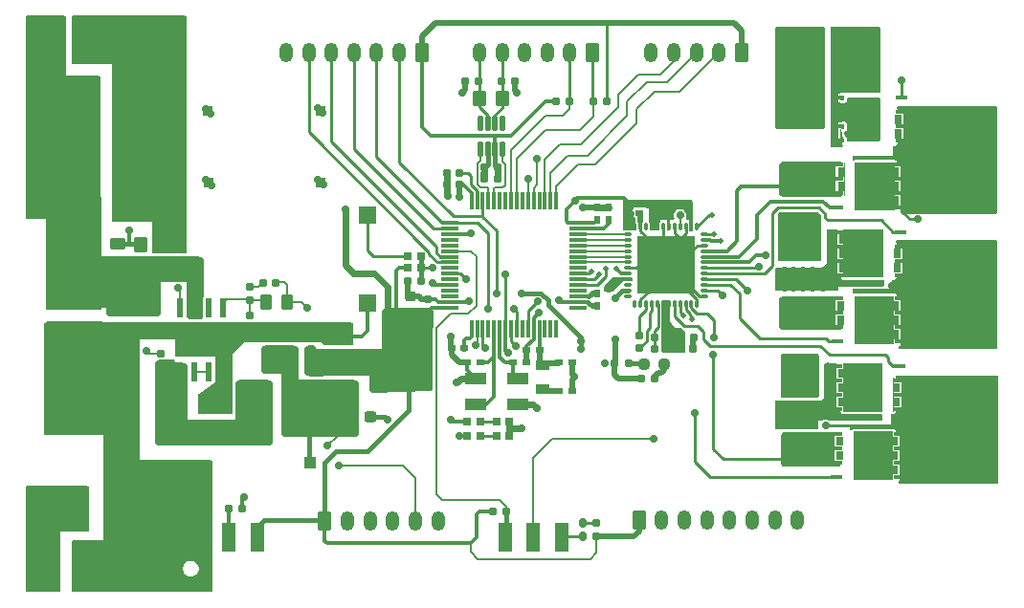
<source format=gtl>
%TF.GenerationSoftware,KiCad,Pcbnew,7.0.1-0*%
%TF.CreationDate,2023-08-15T02:12:02+05:30*%
%TF.ProjectId,retry1,72657472-7931-42e6-9b69-6361645f7063,rev?*%
%TF.SameCoordinates,Original*%
%TF.FileFunction,Copper,L1,Top*%
%TF.FilePolarity,Positive*%
%FSLAX46Y46*%
G04 Gerber Fmt 4.6, Leading zero omitted, Abs format (unit mm)*
G04 Created by KiCad (PCBNEW 7.0.1-0) date 2023-08-15 02:12:02*
%MOMM*%
%LPD*%
G01*
G04 APERTURE LIST*
G04 Aperture macros list*
%AMRoundRect*
0 Rectangle with rounded corners*
0 $1 Rounding radius*
0 $2 $3 $4 $5 $6 $7 $8 $9 X,Y pos of 4 corners*
0 Add a 4 corners polygon primitive as box body*
4,1,4,$2,$3,$4,$5,$6,$7,$8,$9,$2,$3,0*
0 Add four circle primitives for the rounded corners*
1,1,$1+$1,$2,$3*
1,1,$1+$1,$4,$5*
1,1,$1+$1,$6,$7*
1,1,$1+$1,$8,$9*
0 Add four rect primitives between the rounded corners*
20,1,$1+$1,$2,$3,$4,$5,0*
20,1,$1+$1,$4,$5,$6,$7,0*
20,1,$1+$1,$6,$7,$8,$9,0*
20,1,$1+$1,$8,$9,$2,$3,0*%
G04 Aperture macros list end*
%TA.AperFunction,SMDPad,CuDef*%
%ADD10RoundRect,0.160000X0.160000X-0.197500X0.160000X0.197500X-0.160000X0.197500X-0.160000X-0.197500X0*%
%TD*%
%TA.AperFunction,SMDPad,CuDef*%
%ADD11RoundRect,0.155000X0.212500X0.155000X-0.212500X0.155000X-0.212500X-0.155000X0.212500X-0.155000X0*%
%TD*%
%TA.AperFunction,SMDPad,CuDef*%
%ADD12RoundRect,0.249999X1.425001X-0.450001X1.425001X0.450001X-1.425001X0.450001X-1.425001X-0.450001X0*%
%TD*%
%TA.AperFunction,SMDPad,CuDef*%
%ADD13R,3.350000X1.400000*%
%TD*%
%TA.AperFunction,SMDPad,CuDef*%
%ADD14RoundRect,0.250000X0.450000X-0.262500X0.450000X0.262500X-0.450000X0.262500X-0.450000X-0.262500X0*%
%TD*%
%TA.AperFunction,SMDPad,CuDef*%
%ADD15R,5.000000X10.000000*%
%TD*%
%TA.AperFunction,SMDPad,CuDef*%
%ADD16RoundRect,0.250000X-0.350000X-0.450000X0.350000X-0.450000X0.350000X0.450000X-0.350000X0.450000X0*%
%TD*%
%TA.AperFunction,SMDPad,CuDef*%
%ADD17RoundRect,0.237500X0.237500X-0.300000X0.237500X0.300000X-0.237500X0.300000X-0.237500X-0.300000X0*%
%TD*%
%TA.AperFunction,SMDPad,CuDef*%
%ADD18RoundRect,0.007200X0.112800X-0.292800X0.112800X0.292800X-0.112800X0.292800X-0.112800X-0.292800X0*%
%TD*%
%TA.AperFunction,SMDPad,CuDef*%
%ADD19RoundRect,0.007200X0.292800X0.112800X-0.292800X0.112800X-0.292800X-0.112800X0.292800X-0.112800X0*%
%TD*%
%TA.AperFunction,SMDPad,CuDef*%
%ADD20R,5.150000X5.150000*%
%TD*%
%TA.AperFunction,ComponentPad*%
%ADD21C,0.450000*%
%TD*%
%TA.AperFunction,ComponentPad*%
%ADD22RoundRect,0.250000X0.350000X0.625000X-0.350000X0.625000X-0.350000X-0.625000X0.350000X-0.625000X0*%
%TD*%
%TA.AperFunction,ComponentPad*%
%ADD23O,1.200000X1.750000*%
%TD*%
%TA.AperFunction,SMDPad,CuDef*%
%ADD24RoundRect,0.155000X-0.212500X-0.155000X0.212500X-0.155000X0.212500X0.155000X-0.212500X0.155000X0*%
%TD*%
%TA.AperFunction,SMDPad,CuDef*%
%ADD25R,0.715000X0.640000*%
%TD*%
%TA.AperFunction,SMDPad,CuDef*%
%ADD26R,1.500000X2.400000*%
%TD*%
%TA.AperFunction,SMDPad,CuDef*%
%ADD27RoundRect,0.160000X0.197500X0.160000X-0.197500X0.160000X-0.197500X-0.160000X0.197500X-0.160000X0*%
%TD*%
%TA.AperFunction,SMDPad,CuDef*%
%ADD28R,1.200000X0.875000*%
%TD*%
%TA.AperFunction,SMDPad,CuDef*%
%ADD29RoundRect,0.225000X0.250000X-0.225000X0.250000X0.225000X-0.250000X0.225000X-0.250000X-0.225000X0*%
%TD*%
%TA.AperFunction,SMDPad,CuDef*%
%ADD30R,0.735000X0.620000*%
%TD*%
%TA.AperFunction,SMDPad,CuDef*%
%ADD31RoundRect,0.155000X0.155000X-0.212500X0.155000X0.212500X-0.155000X0.212500X-0.155000X-0.212500X0*%
%TD*%
%TA.AperFunction,SMDPad,CuDef*%
%ADD32RoundRect,0.237500X-0.300000X-0.237500X0.300000X-0.237500X0.300000X0.237500X-0.300000X0.237500X0*%
%TD*%
%TA.AperFunction,SMDPad,CuDef*%
%ADD33RoundRect,0.237500X0.250000X0.237500X-0.250000X0.237500X-0.250000X-0.237500X0.250000X-0.237500X0*%
%TD*%
%TA.AperFunction,SMDPad,CuDef*%
%ADD34R,1.000000X1.000000*%
%TD*%
%TA.AperFunction,SMDPad,CuDef*%
%ADD35RoundRect,0.160000X0.160000X-0.222500X0.160000X0.222500X-0.160000X0.222500X-0.160000X-0.222500X0*%
%TD*%
%TA.AperFunction,SMDPad,CuDef*%
%ADD36R,1.900000X1.100000*%
%TD*%
%TA.AperFunction,SMDPad,CuDef*%
%ADD37R,1.092200X0.406400*%
%TD*%
%TA.AperFunction,ComponentPad*%
%ADD38C,0.800000*%
%TD*%
%TA.AperFunction,ComponentPad*%
%ADD39C,6.400000*%
%TD*%
%TA.AperFunction,SMDPad,CuDef*%
%ADD40RoundRect,0.225000X-0.225000X-0.375000X0.225000X-0.375000X0.225000X0.375000X-0.225000X0.375000X0*%
%TD*%
%TA.AperFunction,SMDPad,CuDef*%
%ADD41RoundRect,0.250000X-0.475000X0.250000X-0.475000X-0.250000X0.475000X-0.250000X0.475000X0.250000X0*%
%TD*%
%TA.AperFunction,SMDPad,CuDef*%
%ADD42RoundRect,0.125000X0.125000X-0.537500X0.125000X0.537500X-0.125000X0.537500X-0.125000X-0.537500X0*%
%TD*%
%TA.AperFunction,SMDPad,CuDef*%
%ADD43R,0.620000X0.735000*%
%TD*%
%TA.AperFunction,SMDPad,CuDef*%
%ADD44RoundRect,0.160000X-0.160000X0.197500X-0.160000X-0.197500X0.160000X-0.197500X0.160000X0.197500X0*%
%TD*%
%TA.AperFunction,SMDPad,CuDef*%
%ADD45RoundRect,0.160000X-0.197500X-0.160000X0.197500X-0.160000X0.197500X0.160000X-0.197500X0.160000X0*%
%TD*%
%TA.AperFunction,SMDPad,CuDef*%
%ADD46R,1.250000X2.500000*%
%TD*%
%TA.AperFunction,ComponentPad*%
%ADD47RoundRect,0.250000X-0.350000X-0.625000X0.350000X-0.625000X0.350000X0.625000X-0.350000X0.625000X0*%
%TD*%
%TA.AperFunction,SMDPad,CuDef*%
%ADD48RoundRect,0.075000X0.075000X-0.700000X0.075000X0.700000X-0.075000X0.700000X-0.075000X-0.700000X0*%
%TD*%
%TA.AperFunction,SMDPad,CuDef*%
%ADD49RoundRect,0.075000X0.700000X-0.075000X0.700000X0.075000X-0.700000X0.075000X-0.700000X-0.075000X0*%
%TD*%
%TA.AperFunction,SMDPad,CuDef*%
%ADD50R,2.000000X1.500000*%
%TD*%
%TA.AperFunction,SMDPad,CuDef*%
%ADD51R,2.000000X3.800000*%
%TD*%
%TA.AperFunction,SMDPad,CuDef*%
%ADD52R,0.558800X1.663700*%
%TD*%
%TA.AperFunction,SMDPad,CuDef*%
%ADD53R,3.454400X2.565400*%
%TD*%
%TA.AperFunction,SMDPad,CuDef*%
%ADD54RoundRect,0.250000X-0.325000X-0.650000X0.325000X-0.650000X0.325000X0.650000X-0.325000X0.650000X0*%
%TD*%
%TA.AperFunction,SMDPad,CuDef*%
%ADD55RoundRect,0.250000X1.412500X0.550000X-1.412500X0.550000X-1.412500X-0.550000X1.412500X-0.550000X0*%
%TD*%
%TA.AperFunction,SMDPad,CuDef*%
%ADD56RoundRect,0.250000X-1.950000X-0.700000X1.950000X-0.700000X1.950000X0.700000X-1.950000X0.700000X0*%
%TD*%
%TA.AperFunction,SMDPad,CuDef*%
%ADD57RoundRect,0.155000X-0.155000X0.212500X-0.155000X-0.212500X0.155000X-0.212500X0.155000X0.212500X0*%
%TD*%
%TA.AperFunction,SMDPad,CuDef*%
%ADD58R,1.500000X1.500000*%
%TD*%
%TA.AperFunction,SMDPad,CuDef*%
%ADD59R,0.765000X0.640000*%
%TD*%
%TA.AperFunction,SMDPad,CuDef*%
%ADD60RoundRect,0.250000X0.262500X0.450000X-0.262500X0.450000X-0.262500X-0.450000X0.262500X-0.450000X0*%
%TD*%
%TA.AperFunction,SMDPad,CuDef*%
%ADD61R,0.900000X0.900000*%
%TD*%
%TA.AperFunction,ViaPad*%
%ADD62C,0.700000*%
%TD*%
%TA.AperFunction,ViaPad*%
%ADD63C,0.500000*%
%TD*%
%TA.AperFunction,Conductor*%
%ADD64C,0.400000*%
%TD*%
%TA.AperFunction,Conductor*%
%ADD65C,0.250000*%
%TD*%
%TA.AperFunction,Conductor*%
%ADD66C,0.300000*%
%TD*%
%TA.AperFunction,Conductor*%
%ADD67C,0.200000*%
%TD*%
%TA.AperFunction,Conductor*%
%ADD68C,0.500000*%
%TD*%
%TA.AperFunction,Conductor*%
%ADD69C,0.600000*%
%TD*%
%TA.AperFunction,Conductor*%
%ADD70C,0.150000*%
%TD*%
G04 APERTURE END LIST*
%TA.AperFunction,EtchedComponent*%
%TO.C,U9*%
G36*
X144319000Y-107676200D02*
G01*
X144269000Y-107676200D01*
X144269000Y-107219000D01*
X143731600Y-107219000D01*
X143731600Y-106406200D01*
X144269000Y-106406200D01*
X144269000Y-105949000D01*
X143731600Y-105949000D01*
X143731600Y-105136200D01*
X144269000Y-105136200D01*
X144269000Y-104679000D01*
X144319000Y-104679000D01*
X144319000Y-107676200D01*
G37*
%TD.AperFunction*%
%TA.AperFunction,EtchedComponent*%
G36*
X148739400Y-105136200D02*
G01*
X149106800Y-105136200D01*
X149106800Y-105949000D01*
X148739400Y-105949000D01*
X148739400Y-106406200D01*
X149106800Y-106406200D01*
X149106800Y-107219000D01*
X148739400Y-107219000D01*
X148739400Y-107676200D01*
X149106800Y-107676200D01*
X149106800Y-108489000D01*
X148739400Y-108489000D01*
X148739400Y-108946200D01*
X145246800Y-108946200D01*
X145246800Y-104679000D01*
X148739400Y-104679000D01*
X148739400Y-105136200D01*
G37*
%TD.AperFunction*%
%TA.AperFunction,EtchedComponent*%
%TO.C,U2*%
G36*
X144207700Y-131521200D02*
G01*
X144157700Y-131521200D01*
X144157700Y-131064000D01*
X143620300Y-131064000D01*
X143620300Y-130251200D01*
X144157700Y-130251200D01*
X144157700Y-129794000D01*
X143620300Y-129794000D01*
X143620300Y-128981200D01*
X144157700Y-128981200D01*
X144157700Y-128524000D01*
X144207700Y-128524000D01*
X144207700Y-131521200D01*
G37*
%TD.AperFunction*%
%TA.AperFunction,EtchedComponent*%
G36*
X148628100Y-128981200D02*
G01*
X148995500Y-128981200D01*
X148995500Y-129794000D01*
X148628100Y-129794000D01*
X148628100Y-130251200D01*
X148995500Y-130251200D01*
X148995500Y-131064000D01*
X148628100Y-131064000D01*
X148628100Y-131521200D01*
X148995500Y-131521200D01*
X148995500Y-132334000D01*
X148628100Y-132334000D01*
X148628100Y-132791200D01*
X145135500Y-132791200D01*
X145135500Y-128524000D01*
X148628100Y-128524000D01*
X148628100Y-128981200D01*
G37*
%TD.AperFunction*%
%TA.AperFunction,EtchedComponent*%
%TO.C,U6*%
G36*
X144297700Y-119511950D02*
G01*
X144247700Y-119511950D01*
X144247700Y-119054750D01*
X143710300Y-119054750D01*
X143710300Y-118241950D01*
X144247700Y-118241950D01*
X144247700Y-117784750D01*
X143710300Y-117784750D01*
X143710300Y-116971950D01*
X144247700Y-116971950D01*
X144247700Y-116514750D01*
X144297700Y-116514750D01*
X144297700Y-119511950D01*
G37*
%TD.AperFunction*%
%TA.AperFunction,EtchedComponent*%
G36*
X148718100Y-116971950D02*
G01*
X149085500Y-116971950D01*
X149085500Y-117784750D01*
X148718100Y-117784750D01*
X148718100Y-118241950D01*
X149085500Y-118241950D01*
X149085500Y-119054750D01*
X148718100Y-119054750D01*
X148718100Y-119511950D01*
X149085500Y-119511950D01*
X149085500Y-120324750D01*
X148718100Y-120324750D01*
X148718100Y-120781950D01*
X145225500Y-120781950D01*
X145225500Y-116514750D01*
X148718100Y-116514750D01*
X148718100Y-116971950D01*
G37*
%TD.AperFunction*%
%TA.AperFunction,EtchedComponent*%
%TO.C,U1*%
G36*
X148648100Y-124231200D02*
G01*
X149185500Y-124231200D01*
X149185500Y-125044000D01*
X148648100Y-125044000D01*
X148648100Y-125501200D01*
X149185500Y-125501200D01*
X149185500Y-126314000D01*
X148648100Y-126314000D01*
X148648100Y-126771200D01*
X148598100Y-126771200D01*
X148598100Y-123774000D01*
X148648100Y-123774000D01*
X148648100Y-124231200D01*
G37*
%TD.AperFunction*%
%TA.AperFunction,EtchedComponent*%
G36*
X147670300Y-126771200D02*
G01*
X144177700Y-126771200D01*
X144177700Y-126314000D01*
X143810300Y-126314000D01*
X143810300Y-125501200D01*
X144177700Y-125501200D01*
X144177700Y-125044000D01*
X143810300Y-125044000D01*
X143810300Y-124231200D01*
X144177700Y-124231200D01*
X144177700Y-123774000D01*
X143810300Y-123774000D01*
X143810300Y-122961200D01*
X144177700Y-122961200D01*
X144177700Y-122504000D01*
X147670300Y-122504000D01*
X147670300Y-126771200D01*
G37*
%TD.AperFunction*%
%TA.AperFunction,EtchedComponent*%
%TO.C,U8*%
G36*
X148780500Y-100482400D02*
G01*
X149317900Y-100482400D01*
X149317900Y-101295200D01*
X148780500Y-101295200D01*
X148780500Y-101752400D01*
X149317900Y-101752400D01*
X149317900Y-102565200D01*
X148780500Y-102565200D01*
X148780500Y-103022400D01*
X148730500Y-103022400D01*
X148730500Y-100025200D01*
X148780500Y-100025200D01*
X148780500Y-100482400D01*
G37*
%TD.AperFunction*%
%TA.AperFunction,EtchedComponent*%
G36*
X144310100Y-102997000D02*
G01*
X147802652Y-103011088D01*
X147802700Y-102929503D01*
X147802700Y-103022400D01*
X144310100Y-103022400D01*
X144310100Y-102997000D01*
G37*
%TD.AperFunction*%
%TA.AperFunction,EtchedComponent*%
G36*
X144215548Y-102565200D02*
G01*
X144310100Y-102565200D01*
X144310100Y-102997000D01*
X144215548Y-102565200D01*
G37*
%TD.AperFunction*%
%TA.AperFunction,EtchedComponent*%
G36*
X147802700Y-102929503D02*
G01*
X147802700Y-98755200D01*
X147208291Y-98755200D01*
X147805159Y-98749969D01*
X147802700Y-102929503D01*
G37*
%TD.AperFunction*%
%TA.AperFunction,EtchedComponent*%
G36*
X144215548Y-102565200D02*
G01*
X143942700Y-102565200D01*
X143942700Y-101752400D01*
X144037566Y-101752400D01*
X144215548Y-102565200D01*
G37*
%TD.AperFunction*%
%TA.AperFunction,EtchedComponent*%
G36*
X144310100Y-101752400D02*
G01*
X144037566Y-101752400D01*
X143944428Y-101327058D01*
X144310100Y-101295200D01*
X144310100Y-101752400D01*
G37*
%TD.AperFunction*%
%TA.AperFunction,EtchedComponent*%
G36*
X144310100Y-99212400D02*
G01*
X143942700Y-99212400D01*
X144310100Y-98780600D01*
X144310100Y-99212400D01*
G37*
%TD.AperFunction*%
%TA.AperFunction,EtchedComponent*%
G36*
X144310100Y-98755200D02*
G01*
X147208291Y-98755200D01*
X144310100Y-98780600D01*
X144310100Y-98755200D01*
G37*
%TD.AperFunction*%
%TA.AperFunction,EtchedComponent*%
%TO.C,U5*%
G36*
X148698100Y-112351200D02*
G01*
X149235500Y-112351200D01*
X149235500Y-113164000D01*
X148698100Y-113164000D01*
X148698100Y-113621200D01*
X149235500Y-113621200D01*
X149235500Y-114434000D01*
X148698100Y-114434000D01*
X148698100Y-114891200D01*
X148648100Y-114891200D01*
X148648100Y-111894000D01*
X148698100Y-111894000D01*
X148698100Y-112351200D01*
G37*
%TD.AperFunction*%
%TA.AperFunction,EtchedComponent*%
G36*
X147720300Y-114891200D02*
G01*
X144227700Y-114891200D01*
X144227700Y-114434000D01*
X143860300Y-114434000D01*
X143860300Y-113621200D01*
X144227700Y-113621200D01*
X144227700Y-113164000D01*
X143860300Y-113164000D01*
X143860300Y-112351200D01*
X144227700Y-112351200D01*
X144227700Y-111894000D01*
X143860300Y-111894000D01*
X143860300Y-111081200D01*
X144227700Y-111081200D01*
X144227700Y-110624000D01*
X147720300Y-110624000D01*
X147720300Y-114891200D01*
G37*
%TD.AperFunction*%
%TD*%
D10*
%TO.P,R8,1*%
%TO.N,/FB*%
X91687125Y-116929500D03*
%TO.P,R8,2*%
%TO.N,Net-(C11-Pad2)*%
X91687125Y-115734500D03*
%TD*%
D11*
%TO.P,C11,1*%
%TO.N,+5V*%
X94021329Y-115333381D03*
%TO.P,C11,2*%
%TO.N,Net-(C11-Pad2)*%
X92886329Y-115333381D03*
%TD*%
D12*
%TO.P,RsenseB1,1*%
%TO.N,/SPB*%
X140342900Y-118637600D03*
D13*
%TO.P,RsenseB1,2*%
%TO.N,GND*%
X140342900Y-112537600D03*
%TD*%
D11*
%TO.P,C12,1*%
%TO.N,+3.3V*%
X110236000Y-106680000D03*
%TO.P,C12,2*%
%TO.N,GND*%
X109101000Y-106680000D03*
%TD*%
D10*
%TO.P,R16,1*%
%TO.N,+3.3V*%
X122341597Y-137835597D03*
%TO.P,R16,2*%
%TO.N,Net-(D5-A)*%
X122341597Y-136640597D03*
%TD*%
D14*
%TO.P,R12,1*%
%TO.N,+BATT*%
X80010000Y-113688500D03*
%TO.P,R12,2*%
%TO.N,/Vbus*%
X80010000Y-111863500D03*
%TD*%
D15*
%TO.P,---,1,Pin_1*%
%TO.N,GND*%
X76214466Y-123790689D03*
%TD*%
D12*
%TO.P,RsenseA1,1*%
%TO.N,/SPA*%
X140392900Y-130957600D03*
%TO.P,RsenseA1,2*%
%TO.N,GND*%
X140392900Y-124857600D03*
%TD*%
D16*
%TO.P,R17,1*%
%TO.N,/CAN_H*%
X112030000Y-99060000D03*
%TO.P,R17,2*%
%TO.N,/CAN_L*%
X114030000Y-99060000D03*
%TD*%
D17*
%TO.P,C16,1*%
%TO.N,+5V*%
X94994000Y-121508267D03*
%TO.P,C16,2*%
%TO.N,GND*%
X94994000Y-119783267D03*
%TD*%
D18*
%TO.P,U7,1,FB*%
%TO.N,Net-(U7-FB)*%
X125764000Y-117192000D03*
%TO.P,U7,2,PGND*%
%TO.N,GND*%
X126264000Y-117192000D03*
%TO.P,U7,3,CPL*%
%TO.N,Net-(U7-CPL)*%
X126764000Y-117192000D03*
%TO.P,U7,4,CPH*%
%TO.N,Net-(U7-CPH)*%
X127264000Y-117192000D03*
%TO.P,U7,5,VCP*%
%TO.N,/VCP*%
X127764000Y-117192000D03*
%TO.P,U7,6,VM*%
%TO.N,+BATT*%
X128264000Y-117192000D03*
%TO.P,U7,7,VDRAIN*%
X128764000Y-117192000D03*
%TO.P,U7,8,GHA*%
%TO.N,/GHA*%
X129264000Y-117192000D03*
%TO.P,U7,9,SHA*%
%TO.N,/SHA*%
X129764000Y-117192000D03*
%TO.P,U7,10,GLA*%
%TO.N,/GLA*%
X130264000Y-117192000D03*
%TO.P,U7,11,SPA*%
%TO.N,/SPA*%
X130764000Y-117192000D03*
%TO.P,U7,12,SNA*%
%TO.N,GND*%
X131264000Y-117192000D03*
D19*
%TO.P,U7,13,SNB*%
X131914000Y-116542000D03*
%TO.P,U7,14,SPB*%
%TO.N,/SPB*%
X131914000Y-116042000D03*
%TO.P,U7,15,GLB*%
%TO.N,/GLB*%
X131914000Y-115542000D03*
%TO.P,U7,16,SHB*%
%TO.N,/SHB*%
X131914000Y-115042000D03*
%TO.P,U7,17,GHB*%
%TO.N,/GHB*%
X131914000Y-114542000D03*
%TO.P,U7,18,GHC*%
%TO.N,/GHC*%
X131914000Y-114042000D03*
%TO.P,U7,19,SHC*%
%TO.N,/SHC*%
X131914000Y-113542000D03*
%TO.P,U7,20,GLC*%
%TO.N,/GLC*%
X131914000Y-113042000D03*
%TO.P,U7,21,SPC*%
%TO.N,/SPC*%
X131914000Y-112542000D03*
%TO.P,U7,22,SNC*%
%TO.N,GND*%
X131914000Y-112042000D03*
%TO.P,U7,23,SOC*%
%TO.N,/SOC*%
X131914000Y-111542000D03*
%TO.P,U7,24,SOB*%
%TO.N,/SOB*%
X131914000Y-111042000D03*
D18*
%TO.P,U7,25,SOA*%
%TO.N,/SOA*%
X131264000Y-110392000D03*
%TO.P,U7,26,VREF*%
%TO.N,+3.3V*%
X130764000Y-110392000D03*
%TO.P,U7,27,DGND*%
%TO.N,GND*%
X130264000Y-110392000D03*
%TO.P,U7,28,NFAULT*%
%TO.N,Net-(SW3-B)*%
X129764000Y-110392000D03*
%TO.P,U7,29,MODE*%
%TO.N,GND*%
X129264000Y-110392000D03*
%TO.P,U7,30,IDRIVE*%
%TO.N,+3.3V*%
X128764000Y-110392000D03*
%TO.P,U7,31,VDS*%
%TO.N,GND*%
X128264000Y-110392000D03*
%TO.P,U7,32,GAIN*%
%TO.N,+3.3V*%
X127764000Y-110392000D03*
%TO.P,U7,33,ENABLE*%
X127264000Y-110392000D03*
%TO.P,U7,34,CAL*%
%TO.N,unconnected-(U7-CAL-Pad34)*%
X126764000Y-110392000D03*
%TO.P,U7,35,AGND*%
%TO.N,GND*%
X126264000Y-110392000D03*
%TO.P,U7,36,DVDD*%
%TO.N,+3.3V*%
X125764000Y-110392000D03*
D19*
%TO.P,U7,37,INHA*%
%TO.N,/INHA*%
X125114000Y-111042000D03*
%TO.P,U7,38,INLA*%
%TO.N,/INLA*%
X125114000Y-111542000D03*
%TO.P,U7,39,INHB*%
%TO.N,/INHB*%
X125114000Y-112042000D03*
%TO.P,U7,40,INLB*%
%TO.N,/INLB*%
X125114000Y-112542000D03*
%TO.P,U7,41,INHC*%
%TO.N,/INHC*%
X125114000Y-113042000D03*
%TO.P,U7,42,INLC*%
%TO.N,/INLC*%
X125114000Y-113542000D03*
%TO.P,U7,43,BGND*%
%TO.N,GND*%
X125114000Y-114042000D03*
%TO.P,U7,44,CB*%
%TO.N,/CB*%
X125114000Y-114542000D03*
%TO.P,U7,45,SW*%
%TO.N,/SW*%
X125114000Y-115042000D03*
%TO.P,U7,46,NC*%
%TO.N,unconnected-(U7-NC-Pad46)*%
X125114000Y-115542000D03*
%TO.P,U7,47,VIN*%
%TO.N,+BATT*%
X125114000Y-116042000D03*
%TO.P,U7,48,NSHDN*%
%TO.N,unconnected-(U7-NSHDN-Pad48)*%
X125114000Y-116542000D03*
D20*
%TO.P,U7,49,EP*%
%TO.N,GND*%
X128514000Y-113792000D03*
D21*
%TO.P,U7,V49_1,EP*%
X128514000Y-113792000D03*
%TO.P,U7,V49_2,EP*%
X127254000Y-113792000D03*
%TO.P,U7,V49_3,EP*%
X127254000Y-112532000D03*
%TO.P,U7,V49_4,EP*%
X128514000Y-112532000D03*
%TO.P,U7,V49_5,EP*%
X129774000Y-112532000D03*
%TO.P,U7,V49_6,EP*%
X127254000Y-115052000D03*
%TO.P,U7,V49_7,EP*%
X128514000Y-115052000D03*
%TO.P,U7,V49_8,EP*%
X129774000Y-115052000D03*
%TO.P,U7,V49_9,EP*%
X129774000Y-113792000D03*
%TO.P,U7,V49_10,EP*%
X126189000Y-113792000D03*
%TO.P,U7,V49_11,EP*%
X126189000Y-112532000D03*
%TO.P,U7,V49_12,EP*%
X130839000Y-112532000D03*
%TO.P,U7,V49_13,EP*%
X130839000Y-113792000D03*
%TO.P,U7,V49_14,EP*%
X130839000Y-115052000D03*
%TO.P,U7,V49_15,EP*%
X127254000Y-111467000D03*
%TO.P,U7,V49_16,EP*%
X128514000Y-111467000D03*
%TO.P,U7,V49_17,EP*%
X129774000Y-111467000D03*
%TO.P,U7,V49_18,EP*%
X127254000Y-116117000D03*
%TO.P,U7,V49_19,EP*%
X128514000Y-116117000D03*
%TO.P,U7,V49_20,EP*%
X129774000Y-116117000D03*
%TO.P,U7,V49_21,EP*%
X126189000Y-115052000D03*
%TD*%
D22*
%TO.P,Hall,1,Pin_1*%
%TO.N,+3.3V*%
X135197600Y-94970600D03*
D23*
%TO.P,Hall,2,Pin_2*%
%TO.N,/Hall1*%
X133197600Y-94970600D03*
%TO.P,Hall,3,Pin_3*%
%TO.N,/Hall2*%
X131197600Y-94970600D03*
%TO.P,Hall,4,Pin_4*%
%TO.N,/Hall3*%
X129197600Y-94970600D03*
%TO.P,Hall,5,Pin_5*%
%TO.N,GND*%
X127197600Y-94970600D03*
%TD*%
D24*
%TO.P,C28,1*%
%TO.N,/VCP*%
X127499300Y-121234200D03*
%TO.P,C28,2*%
%TO.N,+BATT*%
X128634300Y-121234200D03*
%TD*%
D25*
%TO.P,R3,1*%
%TO.N,/NRST*%
X106882892Y-113030000D03*
%TO.P,R3,2*%
%TO.N,/intopush*%
X105687892Y-113030000D03*
%TD*%
D24*
%TO.P,C41,1*%
%TO.N,GND*%
X110778500Y-97536000D03*
%TO.P,C41,2*%
%TO.N,/CAN_H*%
X111913500Y-97536000D03*
%TD*%
D26*
%TO.P,L1,1,1*%
%TO.N,/SW*%
X91484000Y-126746000D03*
%TO.P,L1,2,2*%
%TO.N,+5V*%
X96984000Y-126746000D03*
%TD*%
D27*
%TO.P,R15,1*%
%TO.N,Net-(U7-FB)*%
X125184500Y-122504200D03*
%TO.P,R15,2*%
%TO.N,GND*%
X123989500Y-122504200D03*
%TD*%
D22*
%TO.P,JTAG,1,Pin_1*%
%TO.N,+3.3V*%
X106914366Y-94992367D03*
D23*
%TO.P,JTAG,2,Pin_2*%
%TO.N,/SWDIO{slash}TMS*%
X104914366Y-94992367D03*
%TO.P,JTAG,3,Pin_3*%
%TO.N,/SWCLK{slash}TCK*%
X102914366Y-94992367D03*
%TO.P,JTAG,4,Pin_4*%
%TO.N,/TDI*%
X100914366Y-94992367D03*
%TO.P,JTAG,5,Pin_5*%
%TO.N,/TDO*%
X98914366Y-94992367D03*
%TO.P,JTAG,6,Pin_6*%
%TO.N,/TRST*%
X96914366Y-94992367D03*
%TO.P,JTAG,7,Pin_7*%
%TO.N,GND*%
X94914366Y-94992367D03*
%TD*%
D28*
%TO.P,FB1,1*%
%TO.N,+3.3VA*%
X117602000Y-122635500D03*
%TO.P,FB1,2*%
%TO.N,+3.3V*%
X117602000Y-124760500D03*
%TD*%
D29*
%TO.P,C6,1*%
%TO.N,+3.3V*%
X105918000Y-118123000D03*
%TO.P,C6,2*%
%TO.N,GND*%
X105918000Y-116573000D03*
%TD*%
D27*
%TO.P,R10,1*%
%TO.N,+3.3V*%
X123279500Y-99314000D03*
%TO.P,R10,2*%
%TO.N,/I2C_SDA*%
X122084500Y-99314000D03*
%TD*%
D30*
%TO.P,C8,1*%
%TO.N,Net-(U3-PH1)*%
X115002500Y-122428000D03*
%TO.P,C8,2*%
%TO.N,GND*%
X116137500Y-122428000D03*
%TD*%
%TO.P,C22,1*%
%TO.N,+3.3V*%
X119066500Y-124968000D03*
%TO.P,C22,2*%
%TO.N,GND*%
X120201500Y-124968000D03*
%TD*%
D31*
%TO.P,C9,1*%
%TO.N,+3.3V*%
X107442000Y-117915500D03*
%TO.P,C9,2*%
%TO.N,GND*%
X107442000Y-116780500D03*
%TD*%
D32*
%TO.P,C18,1*%
%TO.N,+5V*%
X100637000Y-127254000D03*
%TO.P,C18,2*%
%TO.N,GND*%
X102362000Y-127254000D03*
%TD*%
D33*
%TO.P,R14,1*%
%TO.N,+3.3V*%
X128395100Y-122529600D03*
%TO.P,R14,2*%
%TO.N,Net-(U7-FB)*%
X126570100Y-122529600D03*
%TD*%
D34*
%TO.P,TP5,1,1*%
%TO.N,+5V*%
X97028000Y-131318000D03*
%TD*%
D35*
%TO.P,D5,1,K*%
%TO.N,Net-(D5-K)*%
X121158000Y-137797000D03*
%TO.P,D5,2,A*%
%TO.N,Net-(D5-A)*%
X121158000Y-136652000D03*
%TD*%
D36*
%TO.P,Y1,1,1*%
%TO.N,Net-(U3-PH0)*%
X111688000Y-126118000D03*
%TO.P,Y1,2,2*%
%TO.N,GND*%
X115388000Y-126118000D03*
%TO.P,Y1,3,3*%
%TO.N,Net-(U3-PH1)*%
X115388000Y-123818000D03*
%TO.P,Y1,4*%
%TO.N,N/C*%
X111688000Y-123818000D03*
%TD*%
D37*
%TO.P,U9,1,SOURCE*%
%TO.N,/SPC*%
X143722900Y-104907600D03*
%TO.P,U9,2,SOURCE*%
X143722900Y-106177600D03*
%TO.P,U9,3,SOURCE*%
X143722900Y-107447600D03*
%TO.P,U9,4,GATE*%
%TO.N,/GLC*%
X143722900Y-108717600D03*
%TO.P,U9,5,DRAIN*%
%TO.N,/SHC*%
X149285500Y-108717600D03*
%TO.P,U9,6,DRAIN*%
X149285500Y-107447600D03*
%TO.P,U9,7,DRAIN*%
X149285500Y-106177600D03*
%TO.P,U9,8,DRAIN*%
X149285500Y-104907600D03*
%TD*%
D38*
%TO.P,A,1,1*%
%TO.N,/SHA*%
X151295400Y-127863600D03*
X151998344Y-126166544D03*
X151998344Y-129560656D03*
X153695400Y-125463600D03*
D39*
X153695400Y-127863600D03*
D38*
X153695400Y-130263600D03*
X155392456Y-126166544D03*
X155392456Y-129560656D03*
X156095400Y-127863600D03*
%TD*%
D15*
%TO.P,J2,1,Pin_1*%
%TO.N,+BATT*%
X76104466Y-112726689D03*
%TD*%
D40*
%TO.P,D1,1,K*%
%TO.N,/SW*%
X85504000Y-126242000D03*
%TO.P,D1,2,A*%
%TO.N,GND*%
X88804000Y-126242000D03*
%TD*%
D41*
%TO.P,C1,1*%
%TO.N,+BATT*%
X80518000Y-117734000D03*
%TO.P,C1,2*%
%TO.N,GND*%
X80518000Y-119634000D03*
%TD*%
D42*
%TO.P,U10,1,TXD*%
%TO.N,/CAN_TX*%
X112092412Y-103499500D03*
%TO.P,U10,2,GND*%
%TO.N,GND*%
X112742412Y-103499500D03*
%TO.P,U10,3,VCC*%
%TO.N,+3.3V*%
X113392412Y-103499500D03*
%TO.P,U10,4,RXD*%
%TO.N,/CAN_RX*%
X114042412Y-103499500D03*
%TO.P,U10,5,FAULT*%
%TO.N,unconnected-(U10-FAULT-Pad5)*%
X114042412Y-101224500D03*
%TO.P,U10,6,CANL*%
%TO.N,/CAN_L*%
X113392412Y-101224500D03*
%TO.P,U10,7,CANH*%
%TO.N,/CAN_H*%
X112742412Y-101224500D03*
%TO.P,U10,8,S*%
%TO.N,unconnected-(U10-S-Pad8)*%
X112092412Y-101224500D03*
%TD*%
D17*
%TO.P,C20,1*%
%TO.N,+3.3V*%
X97028000Y-121512500D03*
%TO.P,C20,2*%
%TO.N,GND*%
X97028000Y-119787500D03*
%TD*%
D43*
%TO.P,C5,1*%
%TO.N,+3.3V*%
X122428000Y-109787500D03*
%TO.P,C5,2*%
%TO.N,GND*%
X122428000Y-108652500D03*
%TD*%
D44*
%TO.P,R5,1*%
%TO.N,/FB*%
X91694000Y-118274500D03*
%TO.P,R5,2*%
%TO.N,GND*%
X91694000Y-119469500D03*
%TD*%
D24*
%TO.P,C40,1*%
%TO.N,/CAN_L*%
X113986500Y-97536000D03*
%TO.P,C40,2*%
%TO.N,GND*%
X115121500Y-97536000D03*
%TD*%
D22*
%TO.P,Comms,1,Pin_1*%
%TO.N,/I2C_SDA*%
X122009442Y-94980552D03*
D23*
%TO.P,Comms,2,Pin_2*%
%TO.N,/I2C_SCL*%
X120009442Y-94980552D03*
%TO.P,Comms,3,Pin_3*%
%TO.N,/UART_TX*%
X118009442Y-94980552D03*
%TO.P,Comms,4,Pin_4*%
%TO.N,/UART_RX*%
X116009442Y-94980552D03*
%TO.P,Comms,5,Pin_5*%
%TO.N,/CAN_L*%
X114009442Y-94980552D03*
%TO.P,Comms,6,Pin_6*%
%TO.N,/CAN_H*%
X112009442Y-94980552D03*
%TD*%
D11*
%TO.P,C7,1*%
%TO.N,/NRST*%
X106825011Y-115216553D03*
%TO.P,C7,2*%
%TO.N,GND*%
X105690011Y-115216553D03*
%TD*%
D45*
%TO.P,R1,1*%
%TO.N,Net-(SW1-B)*%
X89826500Y-135382000D03*
%TO.P,R1,2*%
%TO.N,/BOOT0*%
X91021500Y-135382000D03*
%TD*%
D11*
%TO.P,C13,1*%
%TO.N,Net-(U3-VCAP_2)*%
X110236000Y-105664000D03*
%TO.P,C13,2*%
%TO.N,GND*%
X109101000Y-105664000D03*
%TD*%
D46*
%TO.P,sw,1,A*%
%TO.N,GND*%
X87376000Y-137922000D03*
%TO.P,sw,2,B*%
%TO.N,Net-(SW1-B)*%
X89876000Y-137922000D03*
%TO.P,sw,3,C*%
%TO.N,+3.3V*%
X92376000Y-137922000D03*
%TD*%
D47*
%TO.P,SWD,1,Pin_1*%
%TO.N,+3.3V*%
X98338000Y-136444000D03*
D23*
%TO.P,SWD,2,Pin_2*%
%TO.N,/SWDIO{slash}TMS*%
X100338000Y-136444000D03*
%TO.P,SWD,3,Pin_3*%
%TO.N,/SWCLK{slash}TCK*%
X102338000Y-136444000D03*
%TO.P,SWD,4,Pin_4*%
%TO.N,/NRST*%
X104338000Y-136444000D03*
%TO.P,SWD,5,Pin_5*%
%TO.N,+5V*%
X106338000Y-136444000D03*
%TO.P,SWD,6,Pin_6*%
%TO.N,GND*%
X108338000Y-136444000D03*
%TD*%
D37*
%TO.P,U2,1,SOURCE*%
%TO.N,/SPA*%
X143611600Y-128752600D03*
%TO.P,U2,2,SOURCE*%
X143611600Y-130022600D03*
%TO.P,U2,3,SOURCE*%
X143611600Y-131292600D03*
%TO.P,U2,4,GATE*%
%TO.N,/GLA*%
X143611600Y-132562600D03*
%TO.P,U2,5,DRAIN*%
%TO.N,/SHA*%
X149174200Y-132562600D03*
%TO.P,U2,6,DRAIN*%
X149174200Y-131292600D03*
%TO.P,U2,7,DRAIN*%
X149174200Y-130022600D03*
%TO.P,U2,8,DRAIN*%
X149174200Y-128752600D03*
%TD*%
D48*
%TO.P,U3,1,VBAT*%
%TO.N,+3.3V*%
X111312000Y-119467000D03*
%TO.P,U3,2,PC13*%
%TO.N,Net-(U3-PC13)*%
X111812000Y-119467000D03*
%TO.P,U3,3,PC14*%
%TO.N,Net-(U3-PC14)*%
X112312000Y-119467000D03*
%TO.P,U3,4,PC15*%
%TO.N,unconnected-(U3-PC15-Pad4)*%
X112812000Y-119467000D03*
%TO.P,U3,5,PH0*%
%TO.N,Net-(U3-PH0)*%
X113312000Y-119467000D03*
%TO.P,U3,6,PH1*%
%TO.N,Net-(U3-PH1)*%
X113812000Y-119467000D03*
%TO.P,U3,7,NRST*%
%TO.N,/NRST*%
X114312000Y-119467000D03*
%TO.P,U3,8,PC0*%
%TO.N,/PC0*%
X114812000Y-119467000D03*
%TO.P,U3,9,PC1*%
%TO.N,/PC1*%
X115312000Y-119467000D03*
%TO.P,U3,10,PC2*%
%TO.N,unconnected-(U3-PC2-Pad10)*%
X115812000Y-119467000D03*
%TO.P,U3,11,PC3*%
%TO.N,/PC3*%
X116312000Y-119467000D03*
%TO.P,U3,12,VSSA*%
%TO.N,GND*%
X116812000Y-119467000D03*
%TO.P,U3,13,VDDA*%
%TO.N,+3.3VA*%
X117312000Y-119467000D03*
%TO.P,U3,14,PA0*%
%TO.N,unconnected-(U3-PA0-Pad14)*%
X117812000Y-119467000D03*
%TO.P,U3,15,PA1*%
%TO.N,unconnected-(U3-PA1-Pad15)*%
X118312000Y-119467000D03*
%TO.P,U3,16,PA2*%
%TO.N,/PA2*%
X118812000Y-119467000D03*
D49*
%TO.P,U3,17,PA3*%
%TO.N,/PA3*%
X120737000Y-117542000D03*
%TO.P,U3,18,VSS*%
%TO.N,GND*%
X120737000Y-117042000D03*
%TO.P,U3,19,VDD*%
%TO.N,+3.3V*%
X120737000Y-116542000D03*
%TO.P,U3,20,PA4*%
%TO.N,/PA4*%
X120737000Y-116042000D03*
%TO.P,U3,21,PA5*%
%TO.N,/SOA*%
X120737000Y-115542000D03*
%TO.P,U3,22,PA6*%
%TO.N,/SOB*%
X120737000Y-115042000D03*
%TO.P,U3,23,PA7*%
%TO.N,/SOC*%
X120737000Y-114542000D03*
%TO.P,U3,24,PC4*%
%TO.N,unconnected-(U3-PC4-Pad24)*%
X120737000Y-114042000D03*
%TO.P,U3,25,PC5*%
%TO.N,/INLC*%
X120737000Y-113542000D03*
%TO.P,U3,26,PB0*%
%TO.N,/INHC*%
X120737000Y-113042000D03*
%TO.P,U3,27,PB1*%
%TO.N,/INLB*%
X120737000Y-112542000D03*
%TO.P,U3,28,PB2*%
%TO.N,/INHB*%
X120737000Y-112042000D03*
%TO.P,U3,29,PB10*%
%TO.N,/INLA*%
X120737000Y-111542000D03*
%TO.P,U3,30,PB11*%
%TO.N,/INHA*%
X120737000Y-111042000D03*
%TO.P,U3,31,VCAP_1*%
%TO.N,Net-(U3-VCAP_1)*%
X120737000Y-110542000D03*
%TO.P,U3,32,VDD*%
%TO.N,+3.3V*%
X120737000Y-110042000D03*
D48*
%TO.P,U3,33,PB12*%
%TO.N,/Hall1*%
X118812000Y-108117000D03*
%TO.P,U3,34,PB13*%
%TO.N,/Hall2*%
X118312000Y-108117000D03*
%TO.P,U3,35,PB14*%
%TO.N,/Hall3*%
X117812000Y-108117000D03*
%TO.P,U3,36,PB15*%
%TO.N,unconnected-(U3-PB15-Pad36)*%
X117312000Y-108117000D03*
%TO.P,U3,37,PC6*%
%TO.N,/UART_TX*%
X116812000Y-108117000D03*
%TO.P,U3,38,PC7*%
%TO.N,/UART_RX*%
X116312000Y-108117000D03*
%TO.P,U3,39,PC8*%
%TO.N,unconnected-(U3-PC8-Pad39)*%
X115812000Y-108117000D03*
%TO.P,U3,40,PC9*%
%TO.N,/I2C_SDA*%
X115312000Y-108117000D03*
%TO.P,U3,41,PA8*%
%TO.N,/I2C_SCL*%
X114812000Y-108117000D03*
%TO.P,U3,42,PA9*%
%TO.N,/PA9*%
X114312000Y-108117000D03*
%TO.P,U3,43,PA10*%
%TO.N,unconnected-(U3-PA10-Pad43)*%
X113812000Y-108117000D03*
%TO.P,U3,44,PA11*%
%TO.N,/CAN_RX*%
X113312000Y-108117000D03*
%TO.P,U3,45,PA12*%
%TO.N,/CAN_TX*%
X112812000Y-108117000D03*
%TO.P,U3,46,PA13*%
%TO.N,/SWDIO{slash}TMS*%
X112312000Y-108117000D03*
%TO.P,U3,47,VCAP_2*%
%TO.N,Net-(U3-VCAP_2)*%
X111812000Y-108117000D03*
%TO.P,U3,48,VDD*%
%TO.N,+3.3V*%
X111312000Y-108117000D03*
D49*
%TO.P,U3,49,PA14*%
%TO.N,/SWCLK{slash}TCK*%
X109387000Y-110042000D03*
%TO.P,U3,50,PA15*%
%TO.N,/TDI*%
X109387000Y-110542000D03*
%TO.P,U3,51,PC10*%
%TO.N,/Vbus*%
X109387000Y-111042000D03*
%TO.P,U3,52,PC11*%
%TO.N,unconnected-(U3-PC11-Pad52)*%
X109387000Y-111542000D03*
%TO.P,U3,53,PC12*%
%TO.N,unconnected-(U3-PC12-Pad53)*%
X109387000Y-112042000D03*
%TO.P,U3,54,PD2*%
%TO.N,/nFAULT*%
X109387000Y-112542000D03*
%TO.P,U3,55,PB3*%
%TO.N,/TDO*%
X109387000Y-113042000D03*
%TO.P,U3,56,PB4*%
%TO.N,/TRST*%
X109387000Y-113542000D03*
%TO.P,U3,57,PB5*%
%TO.N,unconnected-(U3-PB5-Pad57)*%
X109387000Y-114042000D03*
%TO.P,U3,58,PB6*%
%TO.N,/PB6*%
X109387000Y-114542000D03*
%TO.P,U3,59,PB7*%
%TO.N,unconnected-(U3-PB7-Pad59)*%
X109387000Y-115042000D03*
%TO.P,U3,60,BOOT0*%
%TO.N,/BOOT0*%
X109387000Y-115542000D03*
%TO.P,U3,61,PB8*%
%TO.N,unconnected-(U3-PB8-Pad61)*%
X109387000Y-116042000D03*
%TO.P,U3,62,PB9*%
%TO.N,unconnected-(U3-PB9-Pad62)*%
X109387000Y-116542000D03*
%TO.P,U3,63,VSS*%
%TO.N,GND*%
X109387000Y-117042000D03*
%TO.P,U3,64,VDD*%
%TO.N,+3.3V*%
X109387000Y-117542000D03*
%TD*%
D50*
%TO.P,U4,1,GND*%
%TO.N,GND*%
X99466000Y-120128000D03*
%TO.P,U4,2,VO*%
%TO.N,+3.3V*%
X99466000Y-122428000D03*
D51*
X105766000Y-122428000D03*
D50*
%TO.P,U4,3,VI*%
%TO.N,+5V*%
X99466000Y-124728000D03*
%TD*%
D25*
%TO.P,R2,1*%
%TO.N,/NRST*%
X106882892Y-114046000D03*
%TO.P,R2,2*%
%TO.N,+3.3V*%
X105687892Y-114046000D03*
%TD*%
D52*
%TO.P,IC1,1,FB*%
%TO.N,/FB*%
X89309000Y-117566250D03*
%TO.P,IC1,2*%
%TO.N,N/C*%
X88039000Y-117566250D03*
%TO.P,IC1,3,VIN*%
%TO.N,+BATT*%
X86769000Y-117566250D03*
%TO.P,IC1,4,BST*%
%TO.N,/BST*%
X85499000Y-117566250D03*
%TO.P,IC1,5,SW*%
%TO.N,/SW*%
X85499000Y-123217750D03*
%TO.P,IC1,6,DIM*%
%TO.N,/DIM*%
X86769000Y-123217750D03*
%TO.P,IC1,7,EN*%
X88039000Y-123217750D03*
%TO.P,IC1,8,GND*%
%TO.N,GND*%
X89309000Y-123217750D03*
D53*
%TO.P,IC1,9,GND*%
X87404000Y-120392000D03*
%TD*%
D54*
%TO.P,C23,1*%
%TO.N,+BATT*%
X74136000Y-93726000D03*
%TO.P,C23,2*%
%TO.N,GND*%
X77086000Y-93726000D03*
%TD*%
D30*
%TO.P,C21,1*%
%TO.N,+3.3VA*%
X119066500Y-122428000D03*
%TO.P,C21,2*%
%TO.N,GND*%
X120201500Y-122428000D03*
%TD*%
D55*
%TO.P,C42,1*%
%TO.N,+BATT*%
X145590300Y-93751400D03*
%TO.P,C42,2*%
%TO.N,GND*%
X140515300Y-93751400D03*
%TD*%
D11*
%TO.P,C36,1*%
%TO.N,GND*%
X130945700Y-120218200D03*
%TO.P,C36,2*%
%TO.N,+BATT*%
X129810700Y-120218200D03*
%TD*%
D37*
%TO.P,U6,1,SOURCE*%
%TO.N,/SPB*%
X143701600Y-116743350D03*
%TO.P,U6,2,SOURCE*%
X143701600Y-118013350D03*
%TO.P,U6,3,SOURCE*%
X143701600Y-119283350D03*
%TO.P,U6,4,GATE*%
%TO.N,/GLB*%
X143701600Y-120553350D03*
%TO.P,U6,5,DRAIN*%
%TO.N,/SHB*%
X149264200Y-120553350D03*
%TO.P,U6,6,DRAIN*%
X149264200Y-119283350D03*
%TO.P,U6,7,DRAIN*%
X149264200Y-118013350D03*
%TO.P,U6,8,DRAIN*%
X149264200Y-116743350D03*
%TD*%
D30*
%TO.P,C34,1*%
%TO.N,GND*%
X126195900Y-109169200D03*
%TO.P,C34,2*%
%TO.N,+3.3V*%
X125060900Y-109169200D03*
%TD*%
D41*
%TO.P,C2,1*%
%TO.N,+BATT*%
X82804000Y-117734000D03*
%TO.P,C2,2*%
%TO.N,GND*%
X82804000Y-119634000D03*
%TD*%
D30*
%TO.P,C4,1*%
%TO.N,Net-(U3-PH0)*%
X112073500Y-122428000D03*
%TO.P,C4,2*%
%TO.N,GND*%
X110938500Y-122428000D03*
%TD*%
D56*
%TO.P,C27,1*%
%TO.N,+BATT*%
X74390000Y-101600000D03*
%TO.P,C27,2*%
%TO.N,GND*%
X83090000Y-101600000D03*
%TD*%
D12*
%TO.P,RsenseC1,1*%
%TO.N,/SPC*%
X140352900Y-106837600D03*
%TO.P,RsenseC1,2*%
%TO.N,GND*%
X140352900Y-100737600D03*
%TD*%
D25*
%TO.P,R6,1*%
%TO.N,Net-(D2-A)*%
X112133197Y-127656073D03*
%TO.P,R6,2*%
%TO.N,Net-(U3-PC13)*%
X110938197Y-127656073D03*
%TD*%
D57*
%TO.P,C3,1*%
%TO.N,/BST*%
X83820000Y-121606500D03*
%TO.P,C3,2*%
%TO.N,/SW*%
X83820000Y-122741500D03*
%TD*%
D58*
%TO.P,Reset,1,A*%
%TO.N,GND*%
X102108000Y-117184000D03*
%TO.P,Reset,2,A*%
%TO.N,/intopush*%
X102108000Y-109384000D03*
%TD*%
D45*
%TO.P,R11,1*%
%TO.N,+3.3V*%
X118782500Y-99314000D03*
%TO.P,R11,2*%
%TO.N,/I2C_SCL*%
X119977500Y-99314000D03*
%TD*%
D16*
%TO.P,R13,1*%
%TO.N,/Vbus*%
X82058000Y-112014000D03*
%TO.P,R13,2*%
%TO.N,GND*%
X84058000Y-112014000D03*
%TD*%
D38*
%TO.P,B,1,1*%
%TO.N,/SHB*%
X151341456Y-115717656D03*
X152044400Y-114020600D03*
X152044400Y-117414712D03*
X153741456Y-113317656D03*
D39*
X153741456Y-115717656D03*
D38*
X153741456Y-118117656D03*
X155438512Y-114020600D03*
X155438512Y-117414712D03*
X156141456Y-115717656D03*
%TD*%
D43*
%TO.P,C10,1*%
%TO.N,Net-(U3-VCAP_1)*%
X123444000Y-109787500D03*
%TO.P,C10,2*%
%TO.N,GND*%
X123444000Y-108652500D03*
%TD*%
D11*
%TO.P,C31,1*%
%TO.N,+BATT*%
X128634300Y-120218200D03*
%TO.P,C31,2*%
%TO.N,/VCP*%
X127499300Y-120218200D03*
%TD*%
%TO.P,C39,1*%
%TO.N,+3.3V*%
X113597500Y-106172000D03*
%TO.P,C39,2*%
%TO.N,GND*%
X112462500Y-106172000D03*
%TD*%
D30*
%TO.P,C17,1*%
%TO.N,+3.3V*%
X110667500Y-121130000D03*
%TO.P,C17,2*%
%TO.N,GND*%
X109532500Y-121130000D03*
%TD*%
D25*
%TO.P,R7,1*%
%TO.N,Net-(D3-A)*%
X112133197Y-128926073D03*
%TO.P,R7,2*%
%TO.N,Net-(U3-PC14)*%
X110938197Y-128926073D03*
%TD*%
D11*
%TO.P,C37,1*%
%TO.N,+3.3V*%
X127500000Y-123850400D03*
%TO.P,C37,2*%
%TO.N,GND*%
X126365000Y-123850400D03*
%TD*%
D38*
%TO.P,C,1,1*%
%TO.N,/SHC*%
X151295400Y-104063800D03*
X151998344Y-102366744D03*
X151998344Y-105760856D03*
X153695400Y-101663800D03*
D39*
X153695400Y-104063800D03*
D38*
X153695400Y-106463800D03*
X155392456Y-102366744D03*
X155392456Y-105760856D03*
X156095400Y-104063800D03*
%TD*%
D57*
%TO.P,C33,1*%
%TO.N,Net-(U7-CPL)*%
X126161800Y-120031700D03*
%TO.P,C33,2*%
%TO.N,Net-(U7-CPH)*%
X126161800Y-121166700D03*
%TD*%
D47*
%TO.P,Gpio Access,1,Pin_1*%
%TO.N,+3.3V*%
X126146800Y-136386400D03*
D23*
%TO.P,Gpio Access,2,Pin_2*%
%TO.N,/PC0*%
X128146800Y-136386400D03*
%TO.P,Gpio Access,3,Pin_3*%
%TO.N,/PC1*%
X130146800Y-136386400D03*
%TO.P,Gpio Access,4,Pin_4*%
%TO.N,/PC2*%
X132146800Y-136386400D03*
%TO.P,Gpio Access,5,Pin_5*%
%TO.N,/PC3*%
X134146800Y-136386400D03*
%TO.P,Gpio Access,6,Pin_6*%
%TO.N,/PB6*%
X136146800Y-136386400D03*
%TO.P,Gpio Access,7,Pin_7*%
%TO.N,/PB11*%
X138146800Y-136386400D03*
%TO.P,Gpio Access,8,Pin_8*%
%TO.N,GND*%
X140146800Y-136386400D03*
%TD*%
D46*
%TO.P,nFault,1,A*%
%TO.N,/nFAULT*%
X114300000Y-137922000D03*
%TO.P,nFault,2,B*%
%TO.N,Net-(SW3-B)*%
X116800000Y-137922000D03*
%TO.P,nFault,3,C*%
%TO.N,Net-(D5-K)*%
X119300000Y-137922000D03*
%TD*%
D29*
%TO.P,C14,1*%
%TO.N,+5V*%
X93216000Y-121420767D03*
%TO.P,C14,2*%
%TO.N,GND*%
X93216000Y-119870767D03*
%TD*%
D30*
%TO.P,C19,1*%
%TO.N,+3.3VA*%
X117310000Y-121320000D03*
%TO.P,C19,2*%
%TO.N,GND*%
X116175000Y-121320000D03*
%TD*%
D27*
%TO.P,R9,1*%
%TO.N,/nFAULT*%
X114389500Y-135636000D03*
%TO.P,R9,2*%
%TO.N,+3.3V*%
X113194500Y-135636000D03*
%TD*%
D59*
%TO.P,D3,1,K*%
%TO.N,GND*%
X114648197Y-128926073D03*
%TO.P,D3,2,A*%
%TO.N,Net-(D3-A)*%
X113503197Y-128926073D03*
%TD*%
D56*
%TO.P,C25,1*%
%TO.N,+BATT*%
X74390000Y-134874000D03*
%TO.P,C25,2*%
%TO.N,GND*%
X83090000Y-134874000D03*
%TD*%
D43*
%TO.P,C15,1*%
%TO.N,+3.3V*%
X122428000Y-116272500D03*
%TO.P,C15,2*%
%TO.N,GND*%
X122428000Y-117407500D03*
%TD*%
D11*
%TO.P,C38,1*%
%TO.N,+3.3V*%
X113597500Y-105156000D03*
%TO.P,C38,2*%
%TO.N,GND*%
X112462500Y-105156000D03*
%TD*%
D59*
%TO.P,D2,1,K*%
%TO.N,GND*%
X114648197Y-127656073D03*
%TO.P,D2,2,A*%
%TO.N,Net-(D2-A)*%
X113503197Y-127656073D03*
%TD*%
D11*
%TO.P,C29,1*%
%TO.N,GND*%
X130920300Y-121234200D03*
%TO.P,C29,2*%
%TO.N,+BATT*%
X129785300Y-121234200D03*
%TD*%
D37*
%TO.P,U1,1,SOURCE*%
%TO.N,/SHA*%
X149194200Y-126542600D03*
%TO.P,U1,2,SOURCE*%
X149194200Y-125272600D03*
%TO.P,U1,3,SOURCE*%
X149194200Y-124002600D03*
%TO.P,U1,4,GATE*%
%TO.N,/GHA*%
X149194200Y-122732600D03*
%TO.P,U1,5,DRAIN*%
%TO.N,+BATT*%
X143631600Y-122732600D03*
%TO.P,U1,6,DRAIN*%
X143631600Y-124002600D03*
%TO.P,U1,7,DRAIN*%
X143631600Y-125272600D03*
%TO.P,U1,8,DRAIN*%
X143631600Y-126542600D03*
%TD*%
D60*
%TO.P,R4,1*%
%TO.N,+5V*%
X94996000Y-117094000D03*
%TO.P,R4,2*%
%TO.N,/FB*%
X93171000Y-117094000D03*
%TD*%
D54*
%TO.P,C24,1*%
%TO.N,+BATT*%
X73963000Y-141706000D03*
%TO.P,C24,2*%
%TO.N,GND*%
X76913000Y-141706000D03*
%TD*%
D37*
%TO.P,U8,1,SOURCE*%
%TO.N,/SHC*%
X149326600Y-102793800D03*
%TO.P,U8,2,SOURCE*%
X149326600Y-101523800D03*
%TO.P,U8,3,SOURCE*%
X149326600Y-100253800D03*
%TO.P,U8,4,GATE*%
%TO.N,/GHC*%
X149326600Y-98983800D03*
%TO.P,U8,5,DRAIN*%
%TO.N,+BATT*%
X143764000Y-98983800D03*
%TO.P,U8,6,DRAIN*%
X143764000Y-100253800D03*
%TO.P,U8,7,DRAIN*%
X143764000Y-101523800D03*
%TO.P,U8,8,DRAIN*%
X143764000Y-102793800D03*
%TD*%
%TO.P,U5,1,SOURCE*%
%TO.N,/SHB*%
X149244200Y-114662600D03*
%TO.P,U5,2,SOURCE*%
X149244200Y-113392600D03*
%TO.P,U5,3,SOURCE*%
X149244200Y-112122600D03*
%TO.P,U5,4,GATE*%
%TO.N,/GHB*%
X149244200Y-110852600D03*
%TO.P,U5,5,DRAIN*%
%TO.N,+BATT*%
X143681600Y-110852600D03*
%TO.P,U5,6,DRAIN*%
X143681600Y-112122600D03*
%TO.P,U5,7,DRAIN*%
X143681600Y-113392600D03*
%TO.P,U5,8,DRAIN*%
X143681600Y-114662600D03*
%TD*%
D61*
%TO.P,TP2,1,1*%
%TO.N,GND*%
X88061800Y-106451400D03*
%TD*%
%TO.P,TP4,1,1*%
%TO.N,GND*%
X97967800Y-106451400D03*
%TD*%
%TO.P,TP1,1,1*%
%TO.N,+BATT*%
X88011000Y-100152200D03*
%TD*%
%TO.P,TP3,1,1*%
%TO.N,+3.3V*%
X97967800Y-100101400D03*
%TD*%
D62*
%TO.N,Net-(U3-PC14)*%
X110210600Y-128930000D03*
X112564386Y-121148229D03*
%TO.N,Net-(U3-PC13)*%
X109474000Y-127508000D03*
X111637589Y-120906845D03*
%TO.N,Net-(SW3-B)*%
X129768600Y-109372400D03*
X127431800Y-129209800D03*
%TO.N,GND*%
X78232000Y-125222000D03*
X140784200Y-112086800D03*
X124002800Y-120345200D03*
X76200000Y-121158000D03*
X80770000Y-142250000D03*
X77216000Y-125222000D03*
X77216000Y-127254000D03*
X123113800Y-122478800D03*
X140809600Y-123681200D03*
X141544200Y-110536800D03*
X78232000Y-126238000D03*
X77216000Y-126238000D03*
X111090000Y-117020000D03*
X74168000Y-128270000D03*
X120396000Y-123698000D03*
X78233371Y-119209342D03*
X87934800Y-142392400D03*
X86131400Y-133985000D03*
X140794200Y-109728000D03*
X88500000Y-119640000D03*
X139216200Y-100422600D03*
X85344000Y-136525000D03*
X74168000Y-120142000D03*
X141496200Y-99692600D03*
X78486000Y-92989400D03*
X86131400Y-136525000D03*
X140743400Y-98145600D03*
X139264200Y-112066800D03*
X139216200Y-99672600D03*
X74168000Y-127254000D03*
X85064600Y-99339400D03*
X112471200Y-105714800D03*
X119010000Y-116910000D03*
X139274200Y-122103200D03*
X141496200Y-100442600D03*
X87909400Y-140741400D03*
X141506200Y-101182600D03*
X78232000Y-122174000D03*
X139274200Y-112806800D03*
X77216000Y-124206000D03*
X86250000Y-121230000D03*
X75185371Y-119209342D03*
X139226200Y-101162600D03*
X80770000Y-141000000D03*
X139289600Y-123661200D03*
X75184000Y-122174000D03*
X75184000Y-125222000D03*
X117094000Y-126492000D03*
X74168000Y-121158000D03*
X74168000Y-123190000D03*
X109220000Y-107696000D03*
X76200000Y-128270000D03*
X88510000Y-121230000D03*
X78232000Y-121158000D03*
X76200000Y-126238000D03*
X78232000Y-128270000D03*
X74168000Y-124206000D03*
X77217371Y-119209342D03*
X109474000Y-120142000D03*
X78232000Y-124206000D03*
X75184000Y-124206000D03*
X77216000Y-120142000D03*
X141569600Y-123681200D03*
X140079600Y-125161200D03*
X140054200Y-112816800D03*
X139264200Y-110516800D03*
X130911600Y-121056400D03*
X141569600Y-122881200D03*
X75184000Y-128270000D03*
X140054200Y-122113200D03*
X139264200Y-111316800D03*
X139289600Y-124411200D03*
X141554200Y-109728000D03*
X140069600Y-123671200D03*
X76200000Y-120142000D03*
X97713800Y-106197400D03*
X142189200Y-95377000D03*
X75184000Y-126238000D03*
X140069600Y-124421200D03*
X121158000Y-108712000D03*
X139274200Y-109708000D03*
X141569600Y-124431200D03*
X141579600Y-125171200D03*
X140736200Y-100442600D03*
X78511400Y-94462600D03*
X139996200Y-99682600D03*
X140006200Y-101172600D03*
X85598000Y-111277400D03*
X140784200Y-110536800D03*
X76200000Y-127254000D03*
X140794200Y-122123200D03*
X141544200Y-111336800D03*
X139996200Y-98882600D03*
X74168000Y-126238000D03*
X77216000Y-121158000D03*
X79560000Y-142230000D03*
X74168000Y-125222000D03*
X75184000Y-123190000D03*
X86260000Y-119630000D03*
X84582000Y-133172200D03*
X77216000Y-128270000D03*
X141198600Y-95351600D03*
X75184000Y-121158000D03*
X109982000Y-124206000D03*
X85369400Y-133172200D03*
X78232000Y-120142000D03*
X140044200Y-112076800D03*
X78232000Y-123190000D03*
X139223400Y-98125600D03*
X87420000Y-120430000D03*
X77216000Y-122174000D03*
X117271800Y-118008400D03*
X76200000Y-124206000D03*
X85064600Y-103657400D03*
X80645000Y-103682800D03*
X86131400Y-134823200D03*
X140736200Y-99692600D03*
X139289600Y-122861200D03*
X140809600Y-124431200D03*
X140819600Y-125171200D03*
X76200000Y-123190000D03*
X141554200Y-122123200D03*
X78232000Y-127254000D03*
X141496200Y-98892600D03*
X76200000Y-125222000D03*
X88315800Y-106705400D03*
X74169371Y-119209342D03*
X86131400Y-135661400D03*
X103886000Y-127508000D03*
X85623400Y-112268000D03*
X98196400Y-106680000D03*
X79550000Y-141010000D03*
X141554200Y-112826800D03*
X140044200Y-111326800D03*
X87934800Y-141579600D03*
X140044200Y-110526800D03*
X141503400Y-98145600D03*
X140794200Y-112826800D03*
X140069600Y-122871200D03*
X75184000Y-120142000D03*
X84531200Y-136525000D03*
X87782400Y-106197400D03*
X110490000Y-98552000D03*
X76200000Y-122174000D03*
X77216000Y-123190000D03*
X140746200Y-101182600D03*
X139996200Y-100432600D03*
X140030200Y-95351600D03*
X140809600Y-122881200D03*
X80645000Y-99314000D03*
X138963400Y-95351600D03*
X76201371Y-119209342D03*
X75184000Y-127254000D03*
X140784200Y-111336800D03*
X115316000Y-98552000D03*
X115770000Y-128200000D03*
X86131400Y-133172200D03*
X139216200Y-98872600D03*
X74168000Y-122174000D03*
X139299600Y-125151200D03*
X87884000Y-139928600D03*
X140054200Y-109718000D03*
X140003400Y-98135600D03*
X140736200Y-98892600D03*
X141544200Y-112086800D03*
%TO.N,/Vbus*%
X81026000Y-110744000D03*
X111252000Y-110998000D03*
%TO.N,/UART_TX*%
X117094000Y-104394000D03*
%TO.N,/UART_RX*%
X116332000Y-106172000D03*
%TO.N,/SWDIO{slash}TMS*%
X113538000Y-116332000D03*
%TO.N,/SWCLK{slash}TCK*%
X112776000Y-117631161D03*
%TO.N,/SW*%
X123469400Y-115849400D03*
%TO.N,/SPB*%
X140342900Y-118637600D03*
X133502400Y-116459000D03*
%TO.N,/SPA*%
X132715000Y-121742200D03*
X132740400Y-120192800D03*
D63*
%TO.N,/SOC*%
X121917698Y-114326833D03*
X133390700Y-111633000D03*
%TO.N,/SOB*%
X122589208Y-114589317D03*
X132791200Y-111048800D03*
%TO.N,/SOA*%
X123190000Y-114091500D03*
X132562600Y-109321600D03*
D62*
%TO.N,/SHC*%
X150774400Y-109728000D03*
X137372900Y-112877600D03*
%TO.N,/SHB*%
X148533720Y-115595400D03*
X135720000Y-116080000D03*
D63*
%TO.N,/SHA*%
X130035133Y-118275267D03*
D62*
X142640000Y-128016000D03*
%TO.N,/PB6*%
X110871000Y-115062000D03*
%TO.N,/NRST*%
X114300000Y-114630200D03*
X107844161Y-114050233D03*
X114547603Y-121575493D03*
D63*
%TO.N,/GLA*%
X130810300Y-118602284D03*
D62*
X131089400Y-126923800D03*
%TO.N,/GHC*%
X149326600Y-97434400D03*
X136779000Y-113893600D03*
D63*
%TO.N,/CB*%
X124104400Y-114139098D03*
D62*
%TO.N,/BST*%
X85344000Y-115824000D03*
X82550000Y-121412000D03*
%TO.N,/BOOT0*%
X107844950Y-115351016D03*
X91186000Y-134366000D03*
%TO.N,+BATT*%
X140020000Y-127020000D03*
X139830000Y-115020000D03*
X143680000Y-96890000D03*
X77053573Y-110123537D03*
X77053573Y-113171537D03*
X139210000Y-127020000D03*
X88239600Y-100380800D03*
X77053573Y-114187537D03*
X75021573Y-111139537D03*
X141630000Y-126210000D03*
X78069573Y-110123537D03*
X139830000Y-114230000D03*
X141450000Y-115020000D03*
D63*
X143370000Y-126550000D03*
X143370000Y-112140000D03*
D62*
X76037573Y-113171537D03*
X139030000Y-114230000D03*
X75021573Y-116219537D03*
X142460000Y-115000000D03*
X140640000Y-114230000D03*
X74005573Y-117235537D03*
X74018897Y-109149120D03*
X75034897Y-108133120D03*
X140010000Y-126210000D03*
X128524000Y-118262400D03*
X146220000Y-96890000D03*
X146220000Y-97670000D03*
X142460000Y-114240000D03*
X144580000Y-93345000D03*
X146220000Y-96110000D03*
X77066897Y-109149120D03*
X140020000Y-127820000D03*
X144550000Y-97670000D03*
X74005573Y-111139537D03*
D63*
X143350000Y-114680000D03*
D62*
X77053573Y-111139537D03*
X143680000Y-97670000D03*
X78069573Y-117235537D03*
X145400000Y-96890000D03*
X78069573Y-116219537D03*
X78082897Y-109149120D03*
X77053573Y-115203537D03*
X139030000Y-115790000D03*
X139830000Y-115790000D03*
X146630000Y-94183200D03*
X78069573Y-112155537D03*
X124002800Y-116688600D03*
X143680000Y-96110000D03*
X75021573Y-117235537D03*
X75021573Y-113171537D03*
X141450000Y-115780000D03*
X74018897Y-108133120D03*
X140640000Y-115790000D03*
D63*
X143390000Y-122730000D03*
D62*
X139200000Y-126210000D03*
X139030000Y-115020000D03*
X76050897Y-109149120D03*
X72390000Y-137490200D03*
X75021573Y-115203537D03*
X140840000Y-127020000D03*
X77066897Y-108133120D03*
X147090000Y-96890000D03*
X77053573Y-112155537D03*
X147090000Y-97670000D03*
X78069573Y-113171537D03*
X142450000Y-115780000D03*
X144550000Y-96110000D03*
X76037573Y-112155537D03*
X74005573Y-115203537D03*
X87782400Y-99923600D03*
X76037573Y-114187537D03*
X75021573Y-112155537D03*
X144580000Y-94183200D03*
X76037573Y-115203537D03*
X141640000Y-127020000D03*
X147090000Y-96110000D03*
X75021573Y-114187537D03*
X75021573Y-110123537D03*
X140640000Y-115010000D03*
X146630000Y-93345000D03*
D63*
X143380000Y-125270000D03*
D62*
X140830000Y-126210000D03*
X76037573Y-111139537D03*
X74005573Y-116219537D03*
X72390000Y-138328400D03*
X75034897Y-109149120D03*
X145400000Y-96110000D03*
X77053573Y-116219537D03*
X78082897Y-108133120D03*
X76037573Y-110123537D03*
X74005573Y-110123537D03*
X72390000Y-139166600D03*
X140840000Y-127820000D03*
D63*
X143360000Y-113400000D03*
D62*
X142580000Y-126980000D03*
X77053573Y-117235537D03*
D63*
X143370000Y-110840000D03*
D62*
X139210000Y-127820000D03*
X141640000Y-127820000D03*
X145400000Y-97670000D03*
X72390000Y-136626600D03*
D63*
X143380000Y-124010000D03*
D62*
X78069573Y-115203537D03*
X76037573Y-117235537D03*
X78069573Y-114187537D03*
X141450000Y-114230000D03*
X142560000Y-126030000D03*
X74005573Y-113171537D03*
X74005573Y-114187537D03*
X76037573Y-116219537D03*
X128549400Y-119151400D03*
X78069573Y-111139537D03*
X144550000Y-96890000D03*
X74005573Y-112155537D03*
X76050897Y-108133120D03*
%TO.N,+5V*%
X98552000Y-129794000D03*
X96774000Y-124714000D03*
X99568000Y-131572000D03*
X96774000Y-117602000D03*
%TO.N,+3.3V*%
X120980200Y-120497600D03*
X107365800Y-122453400D03*
X106146600Y-119380000D03*
X115773200Y-116281200D03*
X100126800Y-108839000D03*
X110667500Y-121147100D03*
X120446800Y-108102400D03*
X98171000Y-100330000D03*
X120980200Y-121234200D03*
X97739200Y-99872800D03*
X110236000Y-107746800D03*
%TO.N,/PC0*%
X115212756Y-120969955D03*
%TO.N,/PC1*%
X115062000Y-117652800D03*
%TO.N,/PC3*%
X117144800Y-117017800D03*
%TD*%
D64*
%TO.N,Net-(U7-FB)*%
X126570100Y-122529600D02*
X126544700Y-122504200D01*
X126544700Y-122504200D02*
X125184500Y-122504200D01*
D65*
%TO.N,Net-(U7-CPL)*%
X126161800Y-120031700D02*
X126161800Y-118313200D01*
X126161800Y-118313200D02*
X126764000Y-117711000D01*
X126764000Y-117711000D02*
X126764000Y-117192000D01*
%TO.N,Net-(U7-CPH)*%
X127076200Y-119353204D02*
X126806800Y-119622604D01*
X127264000Y-117192000D02*
X127264000Y-117847396D01*
X126806800Y-119622604D02*
X126806800Y-120521700D01*
X127264000Y-117847396D02*
X127076200Y-118035196D01*
X127076200Y-118035196D02*
X127076200Y-119353204D01*
X126806800Y-120521700D02*
X126161800Y-121166700D01*
%TO.N,Net-(U3-VCAP_2)*%
X110998000Y-105664000D02*
X111252000Y-105918000D01*
X110236000Y-105664000D02*
X110998000Y-105664000D01*
X111252000Y-106680000D02*
X111506000Y-106934000D01*
X111812000Y-107244198D02*
X111503901Y-106936099D01*
X111812000Y-108117000D02*
X111812000Y-107244198D01*
X111252000Y-105918000D02*
X111252000Y-106680000D01*
D66*
%TO.N,Net-(U3-VCAP_1)*%
X120737000Y-110542000D02*
X123051000Y-110542000D01*
X123051000Y-110542000D02*
X123444000Y-110149000D01*
X123444000Y-110149000D02*
X123444000Y-109787500D01*
%TO.N,Net-(U3-PH1)*%
X115002500Y-122428000D02*
X115002500Y-123432500D01*
X114300000Y-122428000D02*
X115002500Y-122428000D01*
X115002500Y-123432500D02*
X115388000Y-123818000D01*
X113812000Y-121940000D02*
X114300000Y-122428000D01*
X113812000Y-119467000D02*
X113812000Y-121940000D01*
%TO.N,Net-(U3-PH0)*%
X112776000Y-122428000D02*
X112073500Y-122428000D01*
X113312000Y-121892000D02*
X113312000Y-125448000D01*
X113312000Y-119467000D02*
X113312000Y-121892000D01*
X113312000Y-121892000D02*
X112776000Y-122428000D01*
X113312000Y-125448000D02*
X112642000Y-126118000D01*
X112642000Y-126118000D02*
X111688000Y-126118000D01*
D65*
%TO.N,Net-(U3-PC14)*%
X112312000Y-120895843D02*
X112312000Y-119467000D01*
X110210600Y-128930000D02*
X110934270Y-128930000D01*
X112564386Y-121148229D02*
X112312000Y-120895843D01*
X110934270Y-128930000D02*
X110938197Y-128926073D01*
D66*
%TO.N,Net-(U3-PC13)*%
X109622073Y-127656073D02*
X109474000Y-127508000D01*
D67*
X111812000Y-120732434D02*
X111812000Y-119467000D01*
D66*
X110938197Y-127656073D02*
X109622073Y-127656073D01*
D67*
X111637589Y-120906845D02*
X111812000Y-120732434D01*
X111812000Y-119467000D02*
X111762000Y-119517000D01*
%TO.N,Net-(SW3-B)*%
X116800000Y-137922000D02*
X116800000Y-130850000D01*
X116800000Y-130850000D02*
X118440200Y-129209800D01*
X118440200Y-129209800D02*
X127431800Y-129209800D01*
X129764000Y-110392000D02*
X129764000Y-109377000D01*
X129764000Y-109377000D02*
X129768600Y-109372400D01*
D66*
%TO.N,Net-(SW1-B)*%
X89826500Y-137872500D02*
X89876000Y-137922000D01*
X89826500Y-135382000D02*
X89826500Y-137872500D01*
D65*
%TO.N,Net-(D5-K)*%
X121158000Y-137797000D02*
X119425000Y-137797000D01*
D64*
X119425000Y-137797000D02*
X119300000Y-137922000D01*
D65*
%TO.N,Net-(D5-A)*%
X121158000Y-136652000D02*
X122330194Y-136652000D01*
D68*
X122330194Y-136652000D02*
X122341597Y-136640597D01*
D65*
%TO.N,Net-(D3-A)*%
X112133197Y-128926073D02*
X113503197Y-128926073D01*
%TO.N,Net-(D2-A)*%
X112133197Y-127656073D02*
X113503197Y-127656073D01*
D67*
%TO.N,Net-(C11-Pad2)*%
X91687125Y-115734500D02*
X92485210Y-115734500D01*
X92485210Y-115734500D02*
X92886329Y-115333381D01*
D69*
%TO.N,GND*%
X109101000Y-107577000D02*
X109220000Y-107696000D01*
D68*
X120201500Y-123892500D02*
X120396000Y-123698000D01*
D65*
X128264000Y-111217000D02*
X128514000Y-111467000D01*
D66*
X108144500Y-116780500D02*
X108406000Y-117042000D01*
D65*
X131329000Y-112042000D02*
X130839000Y-112532000D01*
X126963598Y-116117000D02*
X127254000Y-116117000D01*
D66*
X102108000Y-119634000D02*
X101600000Y-120142000D01*
D65*
X131914000Y-112042000D02*
X131329000Y-112042000D01*
D66*
X117271800Y-118008400D02*
X116812000Y-118468200D01*
D69*
X115760000Y-128210000D02*
X115770000Y-128200000D01*
D65*
X125114000Y-114042000D02*
X125939000Y-114042000D01*
D69*
X116720000Y-126118000D02*
X117094000Y-126492000D01*
D66*
X111068000Y-117042000D02*
X111090000Y-117020000D01*
X110938500Y-122428000D02*
X110938500Y-123068500D01*
X108406000Y-117042000D02*
X109387000Y-117042000D01*
D68*
X120201500Y-124968000D02*
X120201500Y-123892500D01*
D65*
X130839000Y-115879000D02*
X130839000Y-115052000D01*
D68*
X109532500Y-121724500D02*
X110236000Y-122428000D01*
X130920300Y-121234200D02*
X130911600Y-121225500D01*
X106874500Y-116780500D02*
X107442000Y-116780500D01*
D65*
X126263400Y-109236700D02*
X126195900Y-109169200D01*
D68*
X122428000Y-117407500D02*
X121979500Y-117407500D01*
D65*
X126264000Y-110392000D02*
X126264000Y-110767402D01*
D66*
X102108000Y-117184000D02*
X102108000Y-119634000D01*
D69*
X112462500Y-105706100D02*
X112471200Y-105714800D01*
D65*
X131264000Y-117192000D02*
X131264000Y-116794000D01*
X131914000Y-116542000D02*
X131502000Y-116542000D01*
D69*
X114648197Y-127656073D02*
X114648197Y-128210000D01*
D65*
X131502000Y-116542000D02*
X130839000Y-115879000D01*
D69*
X112462500Y-105723500D02*
X112462500Y-106172000D01*
D68*
X121217500Y-108652500D02*
X121158000Y-108712000D01*
D66*
X101586000Y-120128000D02*
X99466000Y-120128000D01*
D68*
X130920300Y-120243600D02*
X130945700Y-120218200D01*
D65*
X126264000Y-109982600D02*
X126263400Y-109982000D01*
D64*
X116137500Y-121357500D02*
X116175000Y-121320000D01*
D68*
X123989500Y-123532300D02*
X123989500Y-122504200D01*
D66*
X110938500Y-123068500D02*
X111688000Y-123818000D01*
D69*
X112471200Y-105714800D02*
X112462500Y-105723500D01*
X109101000Y-105664000D02*
X109101000Y-106680000D01*
X115388000Y-126118000D02*
X116720000Y-126118000D01*
D68*
X106667000Y-116573000D02*
X106874500Y-116780500D01*
D66*
X116812000Y-118468200D02*
X116812000Y-119467000D01*
D65*
X128264000Y-110392000D02*
X128264000Y-111217000D01*
X126264000Y-117192000D02*
X126264000Y-116816598D01*
D68*
X115121500Y-97536000D02*
X115121500Y-98357500D01*
X126365000Y-123850400D02*
X124307600Y-123850400D01*
D65*
X126264000Y-116816598D02*
X126963598Y-116117000D01*
D66*
X126264000Y-110392000D02*
X126264000Y-109982600D01*
D65*
X131264000Y-116794000D02*
X130587000Y-116117000D01*
D68*
X130911600Y-121225500D02*
X130911600Y-121056400D01*
X126263400Y-109982000D02*
X126263400Y-109236700D01*
D64*
X103632000Y-127254000D02*
X103886000Y-127508000D01*
X112742412Y-103499500D02*
X112742412Y-104876088D01*
D68*
X109474000Y-121071500D02*
X109532500Y-121130000D01*
X109474000Y-120142000D02*
X109474000Y-121071500D01*
D66*
X119142000Y-117042000D02*
X119010000Y-116910000D01*
X101600000Y-120142000D02*
X101586000Y-120128000D01*
D65*
X126963598Y-111467000D02*
X127254000Y-111467000D01*
D68*
X105690011Y-115216553D02*
X105690011Y-116345011D01*
D65*
X130264000Y-110977000D02*
X129774000Y-111467000D01*
X129264000Y-110957000D02*
X129774000Y-111467000D01*
D68*
X115121500Y-98357500D02*
X115316000Y-98552000D01*
D69*
X111688000Y-123818000D02*
X110370000Y-123818000D01*
X109101000Y-106680000D02*
X109101000Y-107577000D01*
D64*
X121979500Y-117407500D02*
X121614000Y-117042000D01*
D68*
X130920300Y-121234200D02*
X130920300Y-120243600D01*
X124002800Y-122490900D02*
X123989500Y-122504200D01*
D65*
X129264000Y-110392000D02*
X129264000Y-110957000D01*
D68*
X105918000Y-116573000D02*
X106667000Y-116573000D01*
D66*
X116812000Y-119467000D02*
X116812000Y-120343041D01*
D68*
X120201500Y-123503500D02*
X120396000Y-123698000D01*
X124002800Y-120345200D02*
X124002800Y-122490900D01*
D66*
X116175000Y-120980041D02*
X116175000Y-121320000D01*
D65*
X130264000Y-110392000D02*
X130264000Y-110977000D01*
D68*
X122428000Y-108652500D02*
X121217500Y-108652500D01*
X110778500Y-97536000D02*
X110778500Y-98263500D01*
X109532500Y-121130000D02*
X109532500Y-121724500D01*
D69*
X114648197Y-128210000D02*
X115760000Y-128210000D01*
D68*
X110778500Y-98263500D02*
X110490000Y-98552000D01*
D65*
X125939000Y-114042000D02*
X126189000Y-113792000D01*
D68*
X116137500Y-122428000D02*
X116137500Y-121357500D01*
D65*
X126264000Y-110767402D02*
X126963598Y-111467000D01*
D68*
X124307600Y-123850400D02*
X123989500Y-123532300D01*
D66*
X116812000Y-120343041D02*
X116175000Y-120980041D01*
D68*
X105690011Y-116345011D02*
X105918000Y-116573000D01*
D66*
X107442000Y-116780500D02*
X108144500Y-116780500D01*
X109387000Y-117042000D02*
X111068000Y-117042000D01*
D68*
X120201500Y-122428000D02*
X120201500Y-123503500D01*
D66*
X121614000Y-117042000D02*
X120737000Y-117042000D01*
D65*
X130587000Y-116117000D02*
X129774000Y-116117000D01*
D69*
X112462500Y-105156000D02*
X112462500Y-105706100D01*
D64*
X102362000Y-127254000D02*
X103632000Y-127254000D01*
D69*
X114648197Y-128210000D02*
X114648197Y-128926073D01*
D66*
X120737000Y-117042000D02*
X119142000Y-117042000D01*
D64*
X112742412Y-104876088D02*
X112462500Y-105156000D01*
D69*
X123444000Y-108652500D02*
X122428000Y-108652500D01*
X110370000Y-123818000D02*
X109982000Y-124206000D01*
D68*
X110236000Y-122428000D02*
X110938500Y-122428000D01*
D67*
%TO.N,/nFAULT*%
X109387000Y-112542000D02*
X111272000Y-112542000D01*
X108204000Y-119380000D02*
X109474000Y-118110000D01*
D64*
X114389500Y-135636000D02*
X114389500Y-137832500D01*
D67*
X108204000Y-134112000D02*
X108204000Y-119380000D01*
X109474000Y-118110000D02*
X110998000Y-118110000D01*
X113792000Y-134620000D02*
X114389500Y-135217500D01*
X108204000Y-134112000D02*
X108712000Y-134620000D01*
X111740000Y-117368000D02*
X111740000Y-113010000D01*
X110998000Y-118110000D02*
X111740000Y-117368000D01*
X111740000Y-113010000D02*
X111379000Y-112649000D01*
X108712000Y-134620000D02*
X113792000Y-134620000D01*
D64*
X114389500Y-137832500D02*
X114300000Y-137922000D01*
D67*
X114389500Y-135217500D02*
X114389500Y-135636000D01*
X111272000Y-112542000D02*
X111379000Y-112649000D01*
X111379000Y-112649000D02*
X111252000Y-112522000D01*
D65*
%TO.N,/intopush*%
X105687892Y-113030000D02*
X102616000Y-113030000D01*
X102616000Y-113030000D02*
X102108000Y-112522000D01*
X102108000Y-112522000D02*
X102108000Y-109384000D01*
D64*
%TO.N,/Vbus*%
X81026000Y-111863500D02*
X81280000Y-111863500D01*
D66*
X109387000Y-111042000D02*
X111208000Y-111042000D01*
D64*
X81907500Y-111863500D02*
X82058000Y-112014000D01*
X81280000Y-111863500D02*
X81907500Y-111863500D01*
D66*
X81026000Y-110744000D02*
X81026000Y-111863500D01*
X111208000Y-111042000D02*
X111252000Y-110998000D01*
D64*
X80010000Y-111863500D02*
X81026000Y-111863500D01*
D65*
%TO.N,/VCP*%
X127764000Y-117192000D02*
X127812800Y-117240800D01*
X127499300Y-119566500D02*
X127499300Y-121234200D01*
X127812800Y-119253000D02*
X127499300Y-119566500D01*
X127812800Y-117240800D02*
X127812800Y-119253000D01*
D67*
%TO.N,/UART_TX*%
X116812000Y-108117000D02*
X116812000Y-106962000D01*
X117094000Y-106680000D02*
X117094000Y-104394000D01*
X116812000Y-106962000D02*
X117094000Y-106680000D01*
%TO.N,/UART_RX*%
X116312000Y-108117000D02*
X116332000Y-106172000D01*
X116332000Y-106172000D02*
X116312000Y-106192000D01*
D65*
%TO.N,/TRST*%
X96914366Y-102018080D02*
X96914366Y-94992367D01*
X107565392Y-112816869D02*
X107565392Y-112669106D01*
X109387000Y-113542000D02*
X108290523Y-113542000D01*
X107565392Y-112669106D02*
X96914366Y-102018080D01*
X108290523Y-113542000D02*
X107565392Y-112816869D01*
%TO.N,/TDO*%
X108204000Y-112115600D02*
X98914366Y-102825966D01*
X108546315Y-113042000D02*
X108204000Y-112699685D01*
X108204000Y-112699685D02*
X108204000Y-112115600D01*
X98914366Y-102825966D02*
X98914366Y-94992367D01*
X109387000Y-113042000D02*
X108546315Y-113042000D01*
%TO.N,/TDI*%
X109387000Y-110542000D02*
X107951200Y-110542000D01*
X107951200Y-110542000D02*
X100914366Y-103505166D01*
X100914366Y-103505166D02*
X100914366Y-94992367D01*
%TO.N,/SWDIO{slash}TMS*%
X109702600Y-109474000D02*
X104914366Y-104685766D01*
X104914366Y-104685766D02*
X104914366Y-94992367D01*
X112312000Y-109474000D02*
X109702600Y-109474000D01*
X113538000Y-110744000D02*
X112312000Y-109518000D01*
X113538000Y-110744000D02*
X113538000Y-116332000D01*
X112312000Y-109518000D02*
X112312000Y-108117000D01*
X112312000Y-108117000D02*
X112312000Y-109474000D01*
%TO.N,/SWCLK{slash}TCK*%
X112776000Y-110998000D02*
X111820000Y-110042000D01*
X111820000Y-110042000D02*
X109387000Y-110042000D01*
X109387000Y-110042000D02*
X108721200Y-110042000D01*
X112776000Y-117631161D02*
X112776000Y-110998000D01*
X108721200Y-110042000D02*
X102914366Y-104235166D01*
X102914366Y-104235166D02*
X102914366Y-94992367D01*
D66*
%TO.N,/SPC*%
X131914000Y-112542000D02*
X133914200Y-112542000D01*
X134772400Y-107213400D02*
X135148200Y-106837600D01*
X134772400Y-111683800D02*
X134772400Y-107213400D01*
X133914200Y-112542000D02*
X134772400Y-111683800D01*
X135148200Y-106837600D02*
X140352900Y-106837600D01*
D65*
%TO.N,/SPB*%
X131914000Y-116042000D02*
X133085400Y-116042000D01*
X133085400Y-116042000D02*
X133502400Y-116459000D01*
%TO.N,/SPA*%
X140388100Y-130962400D02*
X133604000Y-130962400D01*
X133604000Y-130962400D02*
X132715000Y-130073400D01*
X140392900Y-130957600D02*
X140388100Y-130962400D01*
X143435790Y-131339110D02*
X143500440Y-131403760D01*
X130764000Y-117192000D02*
X130764000Y-117554565D01*
X131260300Y-118050865D02*
X132147865Y-118050865D01*
X132740400Y-118643400D02*
X132740400Y-120192800D01*
X132147865Y-118050865D02*
X132740400Y-118643400D01*
X132715000Y-130073400D02*
X132715000Y-121742200D01*
X130764000Y-117554565D02*
X131260300Y-118050865D01*
%TO.N,/SOC*%
X121702531Y-114542000D02*
X120737000Y-114542000D01*
D66*
X132542671Y-111648800D02*
X133374900Y-111648800D01*
D65*
X121917698Y-114326833D02*
X121702531Y-114542000D01*
D66*
X132435871Y-111542000D02*
X132542671Y-111648800D01*
X133374900Y-111648800D02*
X133390700Y-111633000D01*
X131914000Y-111542000D02*
X132435871Y-111542000D01*
D65*
%TO.N,/SOB*%
X132791200Y-111048800D02*
X131920800Y-111048800D01*
X122589208Y-114589317D02*
X122136525Y-115042000D01*
X131920800Y-111048800D02*
X131914000Y-111042000D01*
X122136525Y-115042000D02*
X120737000Y-115042000D01*
%TO.N,/SOA*%
X122449698Y-115542000D02*
X120737000Y-115542000D01*
X132334400Y-109321600D02*
X131264000Y-110392000D01*
X123190000Y-114091500D02*
X123190000Y-114801698D01*
X132562600Y-109321600D02*
X132334400Y-109321600D01*
X123190000Y-114801698D02*
X122449698Y-115542000D01*
%TO.N,/SHC*%
X149431800Y-109080820D02*
X149431800Y-108717600D01*
D66*
X136525000Y-112877600D02*
X137372900Y-112877600D01*
X135860600Y-113542000D02*
X136525000Y-112877600D01*
D65*
X150078980Y-109728000D02*
X149431800Y-109080820D01*
D66*
X131914000Y-113542000D02*
X135860600Y-113542000D01*
D65*
X150774400Y-109728000D02*
X150078980Y-109728000D01*
%TO.N,/SHB*%
X131914000Y-115042000D02*
X134682000Y-115042000D01*
X134682000Y-115042000D02*
X135720000Y-116080000D01*
X148533720Y-115595400D02*
X149355360Y-114773760D01*
%TO.N,/SHA*%
X129764000Y-117862712D02*
X129764000Y-118004134D01*
X148579720Y-128016000D02*
X149245260Y-128681540D01*
X129764000Y-118004134D02*
X130035133Y-118275267D01*
X129764000Y-117862712D02*
X129764000Y-117192000D01*
X142640000Y-128016000D02*
X148579720Y-128016000D01*
%TO.N,/PB6*%
X110351000Y-114542000D02*
X109387000Y-114542000D01*
X110871000Y-115062000D02*
X110351000Y-114542000D01*
D67*
%TO.N,/PA2*%
X118812000Y-119467000D02*
X118821200Y-119476200D01*
D65*
%TO.N,/NRST*%
X106924458Y-115316000D02*
X106825011Y-115216553D01*
X114312000Y-114872200D02*
X114312000Y-114642200D01*
X107839928Y-114046000D02*
X107844161Y-114050233D01*
X106882892Y-114046000D02*
X107839928Y-114046000D01*
X114312000Y-114642200D02*
X114300000Y-114630200D01*
X114312000Y-119467000D02*
X114312000Y-114872200D01*
D66*
X114312000Y-121339890D02*
X114312000Y-119467000D01*
D65*
X106825011Y-114103881D02*
X106882892Y-114046000D01*
D64*
X106882892Y-114046000D02*
X106882892Y-113030000D01*
X106825011Y-115216553D02*
X106825011Y-114103881D01*
D66*
X114547603Y-121575493D02*
X114312000Y-121339890D01*
D67*
%TO.N,/INLC*%
X120737000Y-113542000D02*
X125114000Y-113542000D01*
%TO.N,/INLB*%
X120737000Y-112542000D02*
X125114000Y-112542000D01*
%TO.N,/INLA*%
X120737000Y-111542000D02*
X125114000Y-111542000D01*
%TO.N,/INHC*%
X125114000Y-113042000D02*
X120737000Y-113042000D01*
%TO.N,/INHB*%
X125114000Y-112042000D02*
X120737000Y-112042000D01*
%TO.N,/INHA*%
X120737000Y-111042000D02*
X125114000Y-111042000D01*
%TO.N,/I2C_SDA*%
X120904000Y-101854000D02*
X117856000Y-101854000D01*
X117856000Y-101854000D02*
X115312000Y-104398000D01*
D65*
X122084500Y-99314000D02*
X122009442Y-99238942D01*
X122009442Y-99238942D02*
X122009442Y-94980552D01*
D67*
X122084500Y-99314000D02*
X122084500Y-100673500D01*
X115312000Y-104398000D02*
X115312000Y-108117000D01*
X122084500Y-100673500D02*
X120904000Y-101854000D01*
D65*
%TO.N,/I2C_SCL*%
X120009442Y-99282058D02*
X120009442Y-94980552D01*
D67*
X119977500Y-99986500D02*
X119977500Y-99314000D01*
X119380000Y-100584000D02*
X119977500Y-99986500D01*
D65*
X119977500Y-99314000D02*
X120009442Y-99282058D01*
D67*
X117856000Y-100584000D02*
X119380000Y-100584000D01*
X114812000Y-108117000D02*
X114812000Y-103628000D01*
X114812000Y-103628000D02*
X117856000Y-100584000D01*
%TO.N,/Hall3*%
X126060200Y-96901000D02*
X127990600Y-96901000D01*
X119126000Y-103124000D02*
X120954800Y-103124000D01*
X120954800Y-103124000D02*
X124282200Y-99796600D01*
X127990600Y-96901000D02*
X129197600Y-95694000D01*
X117812000Y-104438000D02*
X119126000Y-103124000D01*
X129197600Y-95694000D02*
X129197600Y-94970600D01*
X117812000Y-108117000D02*
X117812000Y-104438000D01*
X124282200Y-98679000D02*
X126060200Y-96901000D01*
X124282200Y-99796600D02*
X124282200Y-98679000D01*
%TO.N,/Hall2*%
X118312000Y-105639800D02*
X119837200Y-104114600D01*
X118312000Y-108117000D02*
X118312000Y-105639800D01*
X119837200Y-104114600D02*
X121564400Y-104114600D01*
X125095000Y-99288600D02*
X126796800Y-97586800D01*
X121564400Y-104114600D02*
X125095000Y-100584000D01*
X128581400Y-97586800D02*
X131197600Y-94970600D01*
X126796800Y-97586800D02*
X128581400Y-97586800D01*
X125095000Y-100584000D02*
X125095000Y-99288600D01*
%TO.N,/Hall1*%
X120751600Y-104876600D02*
X118812000Y-106816200D01*
X133197600Y-94970600D02*
X133172200Y-94970600D01*
X118812000Y-106816200D02*
X118812000Y-108117000D01*
X127482600Y-98425000D02*
X125907800Y-99999800D01*
X125907800Y-101244400D02*
X122275600Y-104876600D01*
X129717800Y-98425000D02*
X127482600Y-98425000D01*
X133172200Y-94970600D02*
X129717800Y-98425000D01*
X122275600Y-104876600D02*
X120751600Y-104876600D01*
X125907800Y-99999800D02*
X125907800Y-101244400D01*
D66*
%TO.N,/GLC*%
X136550400Y-111480600D02*
X136550400Y-109321600D01*
X143007600Y-108717600D02*
X143722900Y-108717600D01*
X142443200Y-108153200D02*
X143007600Y-108717600D01*
X136550400Y-109321600D02*
X137718800Y-108153200D01*
X131914000Y-113042000D02*
X134989000Y-113042000D01*
X134989000Y-113042000D02*
X136550400Y-111480600D01*
X137718800Y-108153200D02*
X142443200Y-108153200D01*
D65*
%TO.N,/GLB*%
X143701600Y-120553350D02*
X142879950Y-120553350D01*
X135026400Y-118516400D02*
X135026400Y-116332000D01*
X135026400Y-116332000D02*
X134236400Y-115542000D01*
X134236400Y-115542000D02*
X131914000Y-115542000D01*
X142879950Y-120553350D02*
X142646400Y-120319800D01*
X142646400Y-120319800D02*
X136829800Y-120319800D01*
X136829800Y-120319800D02*
X135026400Y-118516400D01*
%TO.N,/GLA*%
X130264000Y-117700267D02*
X130273306Y-117700267D01*
X130264000Y-117192000D02*
X130264000Y-117700267D01*
X143611600Y-132562600D02*
X132435600Y-132562600D01*
X130610133Y-118189533D02*
X130810300Y-118389700D01*
X130273306Y-117700267D02*
X130610133Y-118037094D01*
X130810300Y-118389700D02*
X130810300Y-118602284D01*
X131089400Y-131216400D02*
X131089400Y-127355600D01*
X131089400Y-127355600D02*
X131089400Y-126923800D01*
X132435600Y-132562600D02*
X131089400Y-131216400D01*
X130610133Y-118037094D02*
X130610133Y-118189533D01*
%TO.N,/GHC*%
X149326600Y-97434400D02*
X149326600Y-98983800D01*
X131914000Y-114042000D02*
X136630600Y-114042000D01*
X136630600Y-114042000D02*
X136779000Y-113893600D01*
%TO.N,/GHB*%
X148597000Y-110852600D02*
X147548600Y-109804200D01*
X138455400Y-108712000D02*
X137947400Y-109220000D01*
X142824200Y-109804200D02*
X142595600Y-109575600D01*
X137947400Y-113868200D02*
X137273600Y-114542000D01*
X137947400Y-109220000D02*
X137947400Y-113868200D01*
X137273600Y-114542000D02*
X131914000Y-114542000D01*
X142595600Y-109575600D02*
X142595600Y-109270800D01*
X142595600Y-109270800D02*
X142036800Y-108712000D01*
X142036800Y-108712000D02*
X138455400Y-108712000D01*
X149244200Y-110852600D02*
X148597000Y-110852600D01*
X147548600Y-109804200D02*
X142824200Y-109804200D01*
%TO.N,/GHA*%
X132384800Y-120929400D02*
X131826000Y-120370600D01*
X142976600Y-121742200D02*
X142163800Y-120929400D01*
X148132800Y-121970800D02*
X147904200Y-121742200D01*
X149194200Y-122732600D02*
X148589800Y-122732600D01*
X148132800Y-122275600D02*
X148132800Y-121970800D01*
X130124200Y-119176800D02*
X129264000Y-118316600D01*
X131826000Y-120370600D02*
X131826000Y-119659400D01*
X129264000Y-118316600D02*
X129264000Y-117192000D01*
X148589800Y-122732600D02*
X148132800Y-122275600D01*
X142163800Y-120929400D02*
X132384800Y-120929400D01*
X131343400Y-119176800D02*
X130124200Y-119176800D01*
X131826000Y-119659400D02*
X131343400Y-119176800D01*
X147904200Y-121742200D02*
X142976600Y-121742200D01*
D67*
%TO.N,/FB*%
X91687125Y-116929500D02*
X93006500Y-116929500D01*
X89309000Y-117193000D02*
X89662000Y-116840000D01*
X93006500Y-116929500D02*
X93171000Y-117094000D01*
X91687125Y-116929500D02*
X91687125Y-118267625D01*
X89309000Y-117566250D02*
X89309000Y-117193000D01*
X91597625Y-116840000D02*
X91687125Y-116929500D01*
X91687125Y-118267625D02*
X91694000Y-118274500D01*
X89662000Y-116840000D02*
X91597625Y-116840000D01*
X91687125Y-116833125D02*
X91948000Y-117094000D01*
%TO.N,/DIM*%
X86769000Y-123217750D02*
X88039000Y-123217750D01*
D66*
%TO.N,/CB*%
X125114000Y-114542000D02*
X124507302Y-114542000D01*
X124507302Y-114542000D02*
X124104400Y-114139098D01*
D70*
%TO.N,/CAN_TX*%
X112812000Y-108117000D02*
X112812000Y-106970000D01*
X112812000Y-106970000D02*
X112776000Y-106934000D01*
X112067488Y-106934000D02*
X111820000Y-106686512D01*
X111820000Y-106686512D02*
X111820000Y-104822888D01*
X112092412Y-104550476D02*
X112092412Y-103499500D01*
X111820000Y-104822888D02*
X112092412Y-104550476D01*
X112776000Y-106934000D02*
X112067488Y-106934000D01*
%TO.N,/CAN_RX*%
X114277412Y-104860300D02*
X114042412Y-104625300D01*
X113312000Y-107011635D02*
X113389635Y-106934000D01*
X114277412Y-106702588D02*
X114277412Y-104860300D01*
X114046000Y-106934000D02*
X114277412Y-106702588D01*
X113312000Y-108117000D02*
X113312000Y-107011635D01*
X113389635Y-106934000D02*
X114046000Y-106934000D01*
X114042412Y-104625300D02*
X114042412Y-103499500D01*
D65*
%TO.N,/CAN_L*%
X113392412Y-101224500D02*
X113392412Y-100475588D01*
X113392412Y-100475588D02*
X114009442Y-99858558D01*
X114009442Y-99858558D02*
X114009442Y-94980552D01*
%TO.N,/CAN_H*%
X112742412Y-100550412D02*
X112742412Y-101224500D01*
X112009442Y-94980552D02*
X112009442Y-99817442D01*
X112009442Y-99817442D02*
X112742412Y-100550412D01*
D67*
%TO.N,/BST*%
X85499000Y-117566250D02*
X85499000Y-115979000D01*
X83760500Y-121666000D02*
X83820000Y-121606500D01*
X85499000Y-115979000D02*
X85344000Y-115824000D01*
X82550000Y-121412000D02*
X82804000Y-121666000D01*
X82804000Y-121666000D02*
X83760500Y-121666000D01*
D66*
%TO.N,/BOOT0*%
X108035934Y-115542000D02*
X107844950Y-115351016D01*
X91021500Y-135382000D02*
X91021500Y-134530500D01*
X109387000Y-115542000D02*
X108035934Y-115542000D01*
X91021500Y-134530500D02*
X91186000Y-134366000D01*
%TO.N,+BATT*%
X124648400Y-116042000D02*
X124637800Y-116052600D01*
D64*
X124637800Y-116052600D02*
X124028200Y-116662200D01*
D69*
X73845328Y-108306689D02*
X74018897Y-108133120D01*
D64*
X125114000Y-116042000D02*
X124648400Y-116042000D01*
D67*
%TO.N,+5V*%
X105234000Y-131572000D02*
X106338000Y-132676000D01*
X94742000Y-115316000D02*
X94996000Y-115570000D01*
X99466000Y-124728000D02*
X99466000Y-128880000D01*
X96266000Y-117094000D02*
X96774000Y-117602000D01*
D64*
X96984000Y-126746000D02*
X96984000Y-131274000D01*
X96984000Y-131274000D02*
X97028000Y-131318000D01*
D67*
X94996000Y-117094000D02*
X96266000Y-117094000D01*
X94038710Y-115316000D02*
X94742000Y-115316000D01*
X94996000Y-115570000D02*
X94996000Y-117094000D01*
X106338000Y-132676000D02*
X106338000Y-136444000D01*
X96774000Y-124714000D02*
X96788000Y-124728000D01*
X99466000Y-128880000D02*
X98552000Y-129794000D01*
X94021329Y-115333381D02*
X94038710Y-115316000D01*
X99568000Y-131572000D02*
X105234000Y-131572000D01*
X96788000Y-124728000D02*
X99466000Y-124728000D01*
D66*
%TO.N,+3.3VA*%
X117312000Y-119467000D02*
X117312000Y-121318000D01*
D68*
X119015700Y-122478800D02*
X117758700Y-122478800D01*
X117758700Y-122478800D02*
X117602000Y-122635500D01*
D66*
X117312000Y-121318000D02*
X117310000Y-121320000D01*
X117310000Y-122343500D02*
X117602000Y-122635500D01*
D68*
X119066500Y-122428000D02*
X119015700Y-122478800D01*
X117310000Y-121320000D02*
X117310000Y-122343500D01*
D64*
%TO.N,+3.3V*%
X106146600Y-119380000D02*
X106146600Y-122047400D01*
D66*
X114808000Y-102362000D02*
X112776000Y-102362000D01*
X111312000Y-108117000D02*
X111312000Y-107415950D01*
X113392412Y-102362000D02*
X113392412Y-103499500D01*
D64*
X92964000Y-136398000D02*
X92376000Y-136986000D01*
D66*
X109387000Y-117542000D02*
X107815500Y-117542000D01*
X125688400Y-109728000D02*
X125503400Y-109543000D01*
X105687892Y-114046000D02*
X104902000Y-114046000D01*
X121710000Y-116542000D02*
X120737000Y-116542000D01*
X125060900Y-108136500D02*
X125060900Y-109169200D01*
D68*
X134569200Y-92329000D02*
X135229600Y-92989400D01*
D66*
X120446800Y-108102400D02*
X120675400Y-107873800D01*
X111312000Y-119467000D02*
X111312000Y-120132800D01*
D64*
X120980200Y-120497600D02*
X120980200Y-121234200D01*
D66*
X120675400Y-107873800D02*
X124815600Y-107873800D01*
X120737000Y-110042000D02*
X122173500Y-110042000D01*
X104902000Y-114046000D02*
X104648000Y-114300000D01*
X125478400Y-109195000D02*
X125478400Y-109220000D01*
X125503400Y-109543000D02*
X125503400Y-109321600D01*
D68*
X126146800Y-137378200D02*
X126146800Y-136386400D01*
D64*
X98298000Y-131318000D02*
X98298000Y-136404000D01*
D66*
X111252000Y-138430000D02*
X111760000Y-137922000D01*
D69*
X100126800Y-113792000D02*
X100863400Y-114528600D01*
D66*
X117856000Y-99314000D02*
X114808000Y-102362000D01*
D64*
X125060900Y-109169200D02*
X125452600Y-109169200D01*
X99314000Y-130302000D02*
X98298000Y-131318000D01*
D68*
X110236000Y-106680000D02*
X110236000Y-107746800D01*
X119066500Y-124968000D02*
X117809500Y-124968000D01*
D66*
X111312000Y-120132800D02*
X111150400Y-120294400D01*
D64*
X120980200Y-120154000D02*
X118110000Y-117283800D01*
D66*
X105905000Y-118110000D02*
X105918000Y-118123000D01*
D68*
X128395100Y-122529600D02*
X128395100Y-123064900D01*
D69*
X100863400Y-114528600D02*
X102743000Y-114528600D01*
D66*
X119684800Y-108864400D02*
X119684800Y-109880400D01*
X120446800Y-108102400D02*
X119684800Y-108864400D01*
D64*
X113392412Y-104950912D02*
X113597500Y-105156000D01*
D66*
X122173500Y-110042000D02*
X122428000Y-109787500D01*
D68*
X122428000Y-116272500D02*
X121979500Y-116272500D01*
D66*
X118782500Y-99314000D02*
X117856000Y-99314000D01*
X104648000Y-117856000D02*
X104902000Y-118110000D01*
X124815600Y-107873800D02*
X125069600Y-108127800D01*
D65*
X123279500Y-92367700D02*
X123240800Y-92329000D01*
D64*
X113392412Y-103499500D02*
X113392412Y-104950912D01*
X118110000Y-116922339D02*
X117455461Y-116267800D01*
D68*
X125679200Y-137845800D02*
X126146800Y-137378200D01*
D66*
X110667500Y-120472500D02*
X110667800Y-121158000D01*
D64*
X105766000Y-126644000D02*
X102108000Y-130302000D01*
X107340400Y-122428000D02*
X107365800Y-122453400D01*
D66*
X110576050Y-106680000D02*
X110236000Y-106680000D01*
X112014000Y-135636000D02*
X113194500Y-135636000D01*
X98552000Y-138430000D02*
X111252000Y-138430000D01*
X98338000Y-138216000D02*
X98552000Y-138430000D01*
X110667800Y-121158000D02*
X110667500Y-121130000D01*
D65*
X125503400Y-109321600D02*
X125503400Y-109294200D01*
D64*
X121979500Y-116272500D02*
X121710000Y-116542000D01*
D68*
X119024400Y-92329000D02*
X123240800Y-92329000D01*
D66*
X111312000Y-107415950D02*
X110576050Y-106680000D01*
D68*
X123240800Y-92329000D02*
X134569200Y-92329000D01*
X128143000Y-123317000D02*
X127812800Y-123317000D01*
D64*
X105766000Y-122428000D02*
X107340400Y-122428000D01*
D67*
X111252000Y-138430000D02*
X111252000Y-139192000D01*
D65*
X125764000Y-110392000D02*
X125688400Y-110316400D01*
D66*
X112776000Y-102362000D02*
X113392412Y-102362000D01*
X104648000Y-114300000D02*
X104648000Y-117856000D01*
D64*
X105766000Y-122428000D02*
X105766000Y-126644000D01*
D66*
X106914366Y-101580366D02*
X107696000Y-102362000D01*
D69*
X103886000Y-115671600D02*
X103886000Y-120548000D01*
D67*
X121798000Y-139822000D02*
X122341597Y-139278403D01*
D68*
X128395100Y-123064900D02*
X128143000Y-123317000D01*
D64*
X117455461Y-116267800D02*
X115786600Y-116267800D01*
D65*
X125688400Y-110316400D02*
X125688400Y-109728000D01*
D69*
X103886000Y-120548000D02*
X105766000Y-122428000D01*
D66*
X107815500Y-117542000D02*
X107442000Y-117915500D01*
X111150400Y-120294400D02*
X110845600Y-120294400D01*
D68*
X122351800Y-137845800D02*
X125679200Y-137845800D01*
D64*
X118110000Y-117283800D02*
X118110000Y-116922339D01*
D68*
X122341597Y-137835597D02*
X122351800Y-137845800D01*
D66*
X104902000Y-118110000D02*
X105905000Y-118110000D01*
X119684800Y-109880400D02*
X119846400Y-110042000D01*
D68*
X127500000Y-123629800D02*
X127500000Y-123850400D01*
D67*
X111882000Y-139822000D02*
X121798000Y-139822000D01*
D66*
X111760000Y-137922000D02*
X111760000Y-135890000D01*
D64*
X98298000Y-136404000D02*
X98338000Y-136444000D01*
D66*
X98338000Y-136444000D02*
X98338000Y-138216000D01*
D64*
X92376000Y-136986000D02*
X92376000Y-137922000D01*
D69*
X113597500Y-106172000D02*
X113597500Y-105156000D01*
D67*
X111252000Y-139192000D02*
X111882000Y-139822000D01*
D64*
X115786600Y-116267800D02*
X115773200Y-116281200D01*
D68*
X106914366Y-94992367D02*
X106914366Y-93567834D01*
D66*
X125452600Y-109169200D02*
X125478400Y-109195000D01*
X111760000Y-135890000D02*
X112014000Y-135636000D01*
X119846400Y-110042000D02*
X120737000Y-110042000D01*
D64*
X106146600Y-122047400D02*
X105766000Y-122428000D01*
D67*
X122341597Y-139278403D02*
X122341597Y-137835597D01*
D66*
X110845600Y-120294400D02*
X110667500Y-120472500D01*
X125503400Y-109294200D02*
X125503400Y-109220000D01*
D69*
X100126800Y-108839000D02*
X100126800Y-113792000D01*
D68*
X127812800Y-123317000D02*
X127500000Y-123629800D01*
D64*
X98292000Y-136398000D02*
X92964000Y-136398000D01*
D68*
X135229600Y-94938600D02*
X135197600Y-94970600D01*
X117809500Y-124968000D02*
X117602000Y-124760500D01*
X106914366Y-93567834D02*
X108153200Y-92329000D01*
D69*
X102743000Y-114528600D02*
X103886000Y-115671600D01*
D68*
X135229600Y-92989400D02*
X135229600Y-94938600D01*
D66*
X107696000Y-102362000D02*
X112776000Y-102362000D01*
X106914366Y-94992367D02*
X106914366Y-101580366D01*
X125069600Y-108127800D02*
X125060900Y-108136500D01*
D68*
X108153200Y-92329000D02*
X119024400Y-92329000D01*
D64*
X120980200Y-121234200D02*
X120980200Y-120154000D01*
D66*
X98298000Y-136404000D02*
X98292000Y-136398000D01*
D64*
X102108000Y-130302000D02*
X99314000Y-130302000D01*
D65*
X123279500Y-99314000D02*
X123279500Y-92367700D01*
%TO.N,/PC0*%
X114812000Y-119467000D02*
X114812000Y-120569199D01*
X128146800Y-136386400D02*
X128146800Y-135733800D01*
X114812000Y-120569199D02*
X115212756Y-120969955D01*
%TO.N,/PC1*%
X115312000Y-117902800D02*
X115062000Y-117652800D01*
X115312000Y-119467000D02*
X115312000Y-117902800D01*
%TO.N,/PC3*%
X116312000Y-117850600D02*
X117144800Y-117017800D01*
X116312000Y-119467000D02*
X116312000Y-117850600D01*
%TD*%
%TA.AperFunction,Conductor*%
%TO.N,/SW*%
G36*
X84978769Y-122178226D02*
G01*
X84994010Y-122182310D01*
X85049596Y-122214402D01*
X85081689Y-122269987D01*
X85089999Y-122300997D01*
X85089999Y-122300999D01*
X85090000Y-122301003D01*
X85090000Y-122428000D01*
X85772444Y-122428000D01*
X85791841Y-122429527D01*
X85886407Y-122444504D01*
X85923302Y-122456491D01*
X85999817Y-122495477D01*
X86031202Y-122518281D01*
X86091918Y-122578997D01*
X86114722Y-122610383D01*
X86153707Y-122686895D01*
X86165695Y-122723792D01*
X86180673Y-122818358D01*
X86182200Y-122837756D01*
X86182200Y-127508000D01*
X86582198Y-127508000D01*
X90024002Y-127508000D01*
X90424000Y-127508000D01*
X90424000Y-124361756D01*
X90425525Y-124342370D01*
X90440505Y-124247784D01*
X90452490Y-124210898D01*
X90491479Y-124134379D01*
X90514278Y-124103000D01*
X90575000Y-124042278D01*
X90606379Y-124019479D01*
X90682898Y-123980490D01*
X90719784Y-123968505D01*
X90814370Y-123953525D01*
X90833756Y-123952000D01*
X93316244Y-123952000D01*
X93335641Y-123953527D01*
X93430207Y-123968504D01*
X93467102Y-123980491D01*
X93543617Y-124019477D01*
X93575002Y-124042281D01*
X93635718Y-124102997D01*
X93658522Y-124134383D01*
X93697507Y-124210895D01*
X93709495Y-124247792D01*
X93724473Y-124342358D01*
X93726000Y-124361756D01*
X93726000Y-129384244D01*
X93724473Y-129403642D01*
X93709495Y-129498207D01*
X93697507Y-129535104D01*
X93658522Y-129611616D01*
X93635718Y-129643002D01*
X93575002Y-129703718D01*
X93543616Y-129726522D01*
X93467104Y-129765507D01*
X93430207Y-129777495D01*
X93350425Y-129790131D01*
X93335640Y-129792473D01*
X93316244Y-129794000D01*
X83721756Y-129794000D01*
X83702359Y-129792473D01*
X83683258Y-129789447D01*
X83607792Y-129777495D01*
X83570895Y-129765507D01*
X83494383Y-129726522D01*
X83462997Y-129703718D01*
X83402281Y-129643002D01*
X83379477Y-129611616D01*
X83340492Y-129535104D01*
X83328504Y-129498206D01*
X83313527Y-129403641D01*
X83312000Y-129384244D01*
X83312000Y-122583756D01*
X83313525Y-122564370D01*
X83328505Y-122469784D01*
X83340490Y-122432898D01*
X83379479Y-122356379D01*
X83402278Y-122325000D01*
X83463000Y-122264278D01*
X83494379Y-122241479D01*
X83570898Y-122202490D01*
X83607784Y-122190505D01*
X83699214Y-122176025D01*
X83718599Y-122174500D01*
X84014260Y-122174500D01*
X84021160Y-122174000D01*
X84946674Y-122174000D01*
X84978769Y-122178226D01*
G37*
%TD.AperFunction*%
%TD*%
%TA.AperFunction,Conductor*%
%TO.N,GND*%
G36*
X142508200Y-92701213D02*
G01*
X142553587Y-92746600D01*
X142570200Y-92808600D01*
X142570200Y-101577600D01*
X142553587Y-101639600D01*
X142508200Y-101684987D01*
X142446200Y-101701600D01*
X138300000Y-101701600D01*
X138238000Y-101684987D01*
X138192613Y-101639600D01*
X138176000Y-101577600D01*
X138176000Y-92808600D01*
X138192613Y-92746600D01*
X138238000Y-92701213D01*
X138300000Y-92684600D01*
X142446200Y-92684600D01*
X142508200Y-92701213D01*
G37*
%TD.AperFunction*%
%TD*%
%TA.AperFunction,Conductor*%
%TO.N,/SHA*%
G36*
X157824400Y-123562213D02*
G01*
X157869787Y-123607600D01*
X157886400Y-123669600D01*
X157886400Y-133048200D01*
X157869787Y-133110200D01*
X157824400Y-133155587D01*
X157762400Y-133172200D01*
X149193690Y-133172200D01*
X149134931Y-133157394D01*
X149090203Y-133116512D01*
X149070189Y-133059316D01*
X149079668Y-132999466D01*
X149116376Y-132951254D01*
X149138172Y-132933871D01*
X149156288Y-132919424D01*
X149196000Y-132836963D01*
X149196000Y-132745437D01*
X149156288Y-132662976D01*
X149156286Y-132662974D01*
X149151986Y-132659545D01*
X149117579Y-132616398D01*
X149105300Y-132562595D01*
X149117582Y-132508792D01*
X149151988Y-132465652D01*
X149156288Y-132462224D01*
X149160277Y-132453938D01*
X149175055Y-132430422D01*
X149175484Y-132429883D01*
X149180790Y-132423231D01*
X149182838Y-132414254D01*
X149192006Y-132388055D01*
X149196000Y-132379763D01*
X149196000Y-132288237D01*
X149196000Y-131498610D01*
X149196000Y-131475437D01*
X149192008Y-131467147D01*
X149182836Y-131440935D01*
X149180790Y-131431969D01*
X149175050Y-131424771D01*
X149160280Y-131401264D01*
X149156288Y-131392976D01*
X149151986Y-131389545D01*
X149117579Y-131346398D01*
X149105300Y-131292595D01*
X149117582Y-131238792D01*
X149151988Y-131195652D01*
X149156288Y-131192224D01*
X149160277Y-131183938D01*
X149175055Y-131160422D01*
X149175484Y-131159883D01*
X149180790Y-131153231D01*
X149182838Y-131144254D01*
X149192006Y-131118055D01*
X149196000Y-131109763D01*
X149196000Y-131018237D01*
X149196000Y-130228610D01*
X149196000Y-130205437D01*
X149192008Y-130197147D01*
X149182836Y-130170935D01*
X149180790Y-130161969D01*
X149175050Y-130154771D01*
X149160280Y-130131264D01*
X149156288Y-130122976D01*
X149151986Y-130119545D01*
X149117579Y-130076398D01*
X149105300Y-130022595D01*
X149117582Y-129968792D01*
X149151988Y-129925652D01*
X149156288Y-129922224D01*
X149160277Y-129913938D01*
X149175055Y-129890422D01*
X149175484Y-129889883D01*
X149180790Y-129883231D01*
X149182838Y-129874254D01*
X149192006Y-129848055D01*
X149196000Y-129839763D01*
X149196000Y-129748237D01*
X149196000Y-128958610D01*
X149196000Y-128935437D01*
X149192008Y-128927147D01*
X149182836Y-128900935D01*
X149180790Y-128891969D01*
X149175050Y-128884771D01*
X149160280Y-128861264D01*
X149156289Y-128852976D01*
X149149094Y-128847239D01*
X149129460Y-128827604D01*
X149123725Y-128820412D01*
X149115435Y-128816420D01*
X149091926Y-128801648D01*
X149084732Y-128795910D01*
X149082700Y-128795446D01*
X149075753Y-128793860D01*
X149049557Y-128784694D01*
X149041263Y-128780700D01*
X149041262Y-128780700D01*
X148952600Y-128780700D01*
X148890600Y-128764087D01*
X148845213Y-128718700D01*
X148828600Y-128656700D01*
X148828600Y-128478236D01*
X148824608Y-128469947D01*
X148815436Y-128443735D01*
X148813390Y-128434769D01*
X148807650Y-128427571D01*
X148792880Y-128404064D01*
X148788889Y-128395776D01*
X148781694Y-128390039D01*
X148762060Y-128370404D01*
X148756325Y-128363212D01*
X148748035Y-128359220D01*
X148724526Y-128344448D01*
X148717332Y-128338710D01*
X148715300Y-128338246D01*
X148708353Y-128336660D01*
X148682157Y-128327494D01*
X148673863Y-128323500D01*
X148650690Y-128323500D01*
X145181263Y-128323500D01*
X145089737Y-128323500D01*
X145089735Y-128323500D01*
X145081438Y-128327495D01*
X145055244Y-128336660D01*
X145046270Y-128338708D01*
X145039068Y-128344452D01*
X145015567Y-128359219D01*
X145007275Y-128363212D01*
X145001536Y-128370409D01*
X144981894Y-128390047D01*
X144981302Y-128390519D01*
X144917874Y-128416785D01*
X144850192Y-128405281D01*
X144799004Y-128359533D01*
X144780000Y-128293564D01*
X144780000Y-127991162D01*
X144789439Y-127943709D01*
X144816319Y-127903481D01*
X144819881Y-127899919D01*
X144860109Y-127873039D01*
X144907562Y-127863600D01*
X148386800Y-127863600D01*
X148386800Y-127089327D01*
X148402272Y-127029346D01*
X148444828Y-126984334D01*
X148503846Y-126965522D01*
X148534907Y-126971700D01*
X148552337Y-126971700D01*
X148575510Y-126971700D01*
X148602337Y-126971700D01*
X148643863Y-126971700D01*
X148670690Y-126971700D01*
X148693861Y-126971700D01*
X148693863Y-126971700D01*
X148702155Y-126967706D01*
X148728354Y-126958538D01*
X148737331Y-126956490D01*
X148744521Y-126950755D01*
X148768040Y-126935977D01*
X148776324Y-126931988D01*
X148782059Y-126924795D01*
X148801695Y-126905159D01*
X148808888Y-126899424D01*
X148812877Y-126891138D01*
X148827655Y-126867622D01*
X148828084Y-126867083D01*
X148833390Y-126860431D01*
X148835438Y-126851454D01*
X148844606Y-126825255D01*
X148848600Y-126816963D01*
X148848600Y-126725437D01*
X148848600Y-126638500D01*
X148865213Y-126576500D01*
X148910600Y-126531113D01*
X148972600Y-126514500D01*
X149231261Y-126514500D01*
X149231263Y-126514500D01*
X149239555Y-126510506D01*
X149265754Y-126501338D01*
X149274731Y-126499290D01*
X149281921Y-126493555D01*
X149305440Y-126478777D01*
X149313724Y-126474788D01*
X149319459Y-126467595D01*
X149339095Y-126447959D01*
X149346288Y-126442224D01*
X149350277Y-126433938D01*
X149365055Y-126410422D01*
X149365484Y-126409883D01*
X149370790Y-126403231D01*
X149372838Y-126394254D01*
X149382006Y-126368055D01*
X149386000Y-126359763D01*
X149386000Y-126268237D01*
X149386000Y-125478610D01*
X149386000Y-125455437D01*
X149382008Y-125447147D01*
X149372836Y-125420935D01*
X149370790Y-125411969D01*
X149365050Y-125404771D01*
X149350280Y-125381264D01*
X149346288Y-125372976D01*
X149341986Y-125369545D01*
X149307579Y-125326398D01*
X149295300Y-125272595D01*
X149307582Y-125218792D01*
X149341988Y-125175652D01*
X149346288Y-125172224D01*
X149350277Y-125163938D01*
X149365055Y-125140422D01*
X149365484Y-125139883D01*
X149370790Y-125133231D01*
X149372838Y-125124254D01*
X149382006Y-125098055D01*
X149386000Y-125089763D01*
X149386000Y-124998237D01*
X149386000Y-124208610D01*
X149386000Y-124185437D01*
X149382008Y-124177147D01*
X149372836Y-124150935D01*
X149370790Y-124141969D01*
X149365050Y-124134771D01*
X149350280Y-124111264D01*
X149346289Y-124102976D01*
X149339094Y-124097239D01*
X149319460Y-124077604D01*
X149313725Y-124070412D01*
X149305435Y-124066420D01*
X149281926Y-124051648D01*
X149274732Y-124045910D01*
X149272700Y-124045446D01*
X149265753Y-124043860D01*
X149239557Y-124034694D01*
X149231263Y-124030700D01*
X149231262Y-124030700D01*
X148972600Y-124030700D01*
X148910600Y-124014087D01*
X148865213Y-123968700D01*
X148848600Y-123906700D01*
X148848600Y-123728235D01*
X148846272Y-123723401D01*
X148834187Y-123662647D01*
X148852998Y-123603628D01*
X148898011Y-123561072D01*
X148957992Y-123545600D01*
X157762400Y-123545600D01*
X157824400Y-123562213D01*
G37*
%TD.AperFunction*%
%TD*%
%TA.AperFunction,Conductor*%
%TO.N,/SHC*%
G36*
X157773600Y-99737013D02*
G01*
X157818987Y-99782400D01*
X157835600Y-99844400D01*
X157835600Y-109121400D01*
X157818987Y-109183400D01*
X157773600Y-109228787D01*
X157711600Y-109245400D01*
X149382595Y-109245400D01*
X149322614Y-109229928D01*
X149277601Y-109187371D01*
X149258790Y-109128352D01*
X149270874Y-109067599D01*
X149307300Y-108991963D01*
X149307300Y-108900437D01*
X149267588Y-108817976D01*
X149267586Y-108817974D01*
X149263286Y-108814545D01*
X149228879Y-108771398D01*
X149216600Y-108717595D01*
X149228882Y-108663792D01*
X149263288Y-108620652D01*
X149267588Y-108617224D01*
X149271577Y-108608938D01*
X149286355Y-108585422D01*
X149286784Y-108584883D01*
X149292090Y-108578231D01*
X149294138Y-108569254D01*
X149303306Y-108543055D01*
X149307300Y-108534763D01*
X149307300Y-108443237D01*
X149307300Y-107653610D01*
X149307300Y-107630437D01*
X149303308Y-107622147D01*
X149294136Y-107595935D01*
X149292090Y-107586969D01*
X149286350Y-107579771D01*
X149271580Y-107556264D01*
X149267588Y-107547976D01*
X149263286Y-107544545D01*
X149228879Y-107501398D01*
X149216600Y-107447595D01*
X149228882Y-107393792D01*
X149263288Y-107350652D01*
X149267588Y-107347224D01*
X149271577Y-107338938D01*
X149286355Y-107315422D01*
X149286784Y-107314883D01*
X149292090Y-107308231D01*
X149294138Y-107299254D01*
X149303306Y-107273055D01*
X149307300Y-107264763D01*
X149307300Y-107173237D01*
X149307300Y-106383610D01*
X149307300Y-106360437D01*
X149303308Y-106352147D01*
X149294136Y-106325935D01*
X149292090Y-106316969D01*
X149286350Y-106309771D01*
X149271580Y-106286264D01*
X149267588Y-106277976D01*
X149263286Y-106274545D01*
X149228879Y-106231398D01*
X149216600Y-106177595D01*
X149228882Y-106123792D01*
X149263288Y-106080652D01*
X149267588Y-106077224D01*
X149271577Y-106068938D01*
X149286355Y-106045422D01*
X149286784Y-106044883D01*
X149292090Y-106038231D01*
X149294138Y-106029254D01*
X149303306Y-106003055D01*
X149307300Y-105994763D01*
X149307300Y-105903237D01*
X149307300Y-105113610D01*
X149307300Y-105090437D01*
X149303308Y-105082147D01*
X149294136Y-105055935D01*
X149292090Y-105046969D01*
X149286350Y-105039771D01*
X149271580Y-105016264D01*
X149267589Y-105007976D01*
X149260394Y-105002239D01*
X149240760Y-104982604D01*
X149235025Y-104975412D01*
X149226735Y-104971420D01*
X149203226Y-104956648D01*
X149196032Y-104950910D01*
X149194000Y-104950446D01*
X149187053Y-104948860D01*
X149160857Y-104939694D01*
X149152563Y-104935700D01*
X149152562Y-104935700D01*
X149063900Y-104935700D01*
X149001900Y-104919087D01*
X148956513Y-104873700D01*
X148939900Y-104811700D01*
X148939900Y-104633236D01*
X148935908Y-104624947D01*
X148926736Y-104598735D01*
X148924690Y-104589769D01*
X148918950Y-104582571D01*
X148904180Y-104559064D01*
X148900189Y-104550776D01*
X148892994Y-104545039D01*
X148873360Y-104525404D01*
X148867625Y-104518212D01*
X148859335Y-104514220D01*
X148835826Y-104499448D01*
X148828632Y-104493710D01*
X148825989Y-104493107D01*
X148819653Y-104491660D01*
X148793457Y-104482494D01*
X148785163Y-104478500D01*
X148761990Y-104478500D01*
X145292563Y-104478500D01*
X145201037Y-104478500D01*
X145201035Y-104478500D01*
X145192738Y-104482495D01*
X145166555Y-104491658D01*
X145160211Y-104493107D01*
X145105021Y-104493114D01*
X145055295Y-104469173D01*
X145020882Y-104426026D01*
X145008600Y-104372220D01*
X145008600Y-104213200D01*
X145025213Y-104151200D01*
X145070600Y-104105813D01*
X145132600Y-104089200D01*
X148487838Y-104089200D01*
X148535291Y-104098639D01*
X148561252Y-104115986D01*
X148564600Y-104114600D01*
X148564600Y-103346900D01*
X148581213Y-103284900D01*
X148626600Y-103239513D01*
X148688600Y-103222900D01*
X148826261Y-103222900D01*
X148826263Y-103222900D01*
X148834555Y-103218906D01*
X148860754Y-103209738D01*
X148869731Y-103207690D01*
X148876921Y-103201955D01*
X148900440Y-103187177D01*
X148908724Y-103183188D01*
X148914459Y-103175995D01*
X148934095Y-103156359D01*
X148941288Y-103150624D01*
X148945277Y-103142338D01*
X148960055Y-103118822D01*
X148960484Y-103118283D01*
X148965790Y-103111631D01*
X148967838Y-103102654D01*
X148977006Y-103076455D01*
X148981000Y-103068163D01*
X148981000Y-102976637D01*
X148981000Y-102889700D01*
X148997613Y-102827700D01*
X149043000Y-102782313D01*
X149105000Y-102765700D01*
X149363661Y-102765700D01*
X149363663Y-102765700D01*
X149371955Y-102761706D01*
X149398154Y-102752538D01*
X149407131Y-102750490D01*
X149414321Y-102744755D01*
X149437840Y-102729977D01*
X149446124Y-102725988D01*
X149451859Y-102718795D01*
X149471495Y-102699159D01*
X149478688Y-102693424D01*
X149482677Y-102685138D01*
X149497455Y-102661622D01*
X149497884Y-102661083D01*
X149503190Y-102654431D01*
X149505238Y-102645454D01*
X149514406Y-102619255D01*
X149518400Y-102610963D01*
X149518400Y-102519437D01*
X149518400Y-101729810D01*
X149518400Y-101706637D01*
X149514408Y-101698347D01*
X149505236Y-101672135D01*
X149503190Y-101663169D01*
X149497450Y-101655971D01*
X149482680Y-101632464D01*
X149478688Y-101624176D01*
X149474386Y-101620745D01*
X149439979Y-101577598D01*
X149427700Y-101523795D01*
X149439982Y-101469992D01*
X149474388Y-101426852D01*
X149478688Y-101423424D01*
X149482677Y-101415138D01*
X149497455Y-101391622D01*
X149497884Y-101391083D01*
X149503190Y-101384431D01*
X149505238Y-101375454D01*
X149514406Y-101349255D01*
X149518400Y-101340963D01*
X149518400Y-101249437D01*
X149518400Y-100459810D01*
X149518400Y-100436637D01*
X149514408Y-100428347D01*
X149505236Y-100402135D01*
X149503190Y-100393169D01*
X149497450Y-100385971D01*
X149482680Y-100362464D01*
X149478689Y-100354176D01*
X149471494Y-100348439D01*
X149451860Y-100328804D01*
X149446125Y-100321612D01*
X149437835Y-100317620D01*
X149414326Y-100302848D01*
X149407132Y-100297110D01*
X149405100Y-100296646D01*
X149398153Y-100295060D01*
X149371957Y-100285894D01*
X149363663Y-100281900D01*
X149363662Y-100281900D01*
X149105000Y-100281900D01*
X149043000Y-100265287D01*
X148997613Y-100219900D01*
X148981000Y-100157900D01*
X148981000Y-99979436D01*
X148977008Y-99971147D01*
X148967836Y-99944935D01*
X148965790Y-99935969D01*
X148960050Y-99928771D01*
X148945283Y-99905270D01*
X148941882Y-99898209D01*
X148929793Y-99837454D01*
X148948602Y-99778432D01*
X148993615Y-99735873D01*
X149053598Y-99720400D01*
X157711600Y-99720400D01*
X157773600Y-99737013D01*
G37*
%TD.AperFunction*%
%TD*%
%TA.AperFunction,Conductor*%
%TO.N,/SPA*%
G36*
X142482097Y-128550461D02*
G01*
X142496290Y-128552329D01*
X142496291Y-128552330D01*
X142640000Y-128571250D01*
X142783709Y-128552330D01*
X142783709Y-128552329D01*
X142797903Y-128550461D01*
X142814089Y-128549400D01*
X143510570Y-128549400D01*
X143568511Y-128563769D01*
X143613023Y-128603547D01*
X143633790Y-128659514D01*
X143625999Y-128718700D01*
X143591456Y-128767386D01*
X143538166Y-128794290D01*
X143531068Y-128795910D01*
X143523868Y-128801652D01*
X143500367Y-128816419D01*
X143492075Y-128820412D01*
X143486336Y-128827609D01*
X143466709Y-128847236D01*
X143459512Y-128852975D01*
X143455519Y-128861267D01*
X143440752Y-128884768D01*
X143435008Y-128891970D01*
X143432960Y-128900944D01*
X143423795Y-128927138D01*
X143419800Y-128935435D01*
X143419800Y-129839762D01*
X143423793Y-129848054D01*
X143432960Y-129874253D01*
X143434546Y-129881200D01*
X143435010Y-129883232D01*
X143440748Y-129890426D01*
X143455520Y-129913935D01*
X143459511Y-129922223D01*
X143459512Y-129922224D01*
X143463811Y-129925652D01*
X143498217Y-129968795D01*
X143510498Y-130022595D01*
X143498221Y-130076395D01*
X143463817Y-130119541D01*
X143459513Y-130122973D01*
X143455519Y-130131267D01*
X143440752Y-130154768D01*
X143435008Y-130161970D01*
X143432960Y-130170944D01*
X143423795Y-130197138D01*
X143419800Y-130205435D01*
X143419800Y-131109762D01*
X143423793Y-131118054D01*
X143432960Y-131144253D01*
X143434546Y-131151200D01*
X143435010Y-131153232D01*
X143440748Y-131160426D01*
X143455520Y-131183935D01*
X143459512Y-131192225D01*
X143466704Y-131197960D01*
X143486339Y-131217594D01*
X143492076Y-131224789D01*
X143500364Y-131228780D01*
X143523871Y-131243550D01*
X143531069Y-131249290D01*
X143540037Y-131251336D01*
X143566247Y-131260508D01*
X143574536Y-131264500D01*
X143574537Y-131264500D01*
X143597710Y-131264500D01*
X143666063Y-131264500D01*
X143833200Y-131264500D01*
X143895200Y-131281113D01*
X143940587Y-131326500D01*
X143957200Y-131388500D01*
X143957200Y-131520754D01*
X143943685Y-131577049D01*
X143906086Y-131621072D01*
X143852599Y-131643226D01*
X143830839Y-131646673D01*
X143811444Y-131648200D01*
X139119156Y-131648200D01*
X139099759Y-131646673D01*
X139078001Y-131643227D01*
X139005192Y-131631695D01*
X138968295Y-131619707D01*
X138891783Y-131580722D01*
X138860397Y-131557918D01*
X138799681Y-131497202D01*
X138776877Y-131465816D01*
X138737892Y-131389304D01*
X138725904Y-131352406D01*
X138710927Y-131257841D01*
X138709400Y-131238444D01*
X138709400Y-128959156D01*
X138710925Y-128939770D01*
X138725905Y-128845184D01*
X138737890Y-128808298D01*
X138776879Y-128731779D01*
X138799678Y-128700400D01*
X138860400Y-128639678D01*
X138891779Y-128616879D01*
X138968298Y-128577890D01*
X139005184Y-128565905D01*
X139099770Y-128550925D01*
X139119156Y-128549400D01*
X142465911Y-128549400D01*
X142482097Y-128550461D01*
G37*
%TD.AperFunction*%
%TD*%
%TA.AperFunction,Conductor*%
%TO.N,/SPB*%
G36*
X143675439Y-116552754D02*
G01*
X143721034Y-116600448D01*
X143735711Y-116664776D01*
X143715314Y-116727525D01*
X143665619Y-116770929D01*
X143656227Y-116775450D01*
X143630044Y-116784610D01*
X143621070Y-116786658D01*
X143613868Y-116792402D01*
X143590367Y-116807169D01*
X143582075Y-116811162D01*
X143576336Y-116818359D01*
X143556709Y-116837986D01*
X143549512Y-116843725D01*
X143545519Y-116852017D01*
X143530752Y-116875518D01*
X143525008Y-116882720D01*
X143522960Y-116891694D01*
X143513795Y-116917888D01*
X143509800Y-116926185D01*
X143509800Y-117830512D01*
X143513793Y-117838804D01*
X143522960Y-117865003D01*
X143524546Y-117871950D01*
X143525010Y-117873982D01*
X143530748Y-117881176D01*
X143545520Y-117904685D01*
X143549511Y-117912973D01*
X143549512Y-117912974D01*
X143553811Y-117916402D01*
X143588217Y-117959545D01*
X143600498Y-118013345D01*
X143588221Y-118067145D01*
X143553817Y-118110291D01*
X143549513Y-118113723D01*
X143545519Y-118122017D01*
X143530752Y-118145518D01*
X143525008Y-118152720D01*
X143522960Y-118161694D01*
X143513795Y-118187888D01*
X143509800Y-118196185D01*
X143509800Y-119100512D01*
X143513793Y-119108804D01*
X143522960Y-119135003D01*
X143524546Y-119141950D01*
X143525010Y-119143982D01*
X143530748Y-119151176D01*
X143545520Y-119174685D01*
X143549512Y-119182975D01*
X143556704Y-119188710D01*
X143576339Y-119208344D01*
X143582076Y-119215539D01*
X143590364Y-119219530D01*
X143613871Y-119234300D01*
X143621069Y-119240040D01*
X143630037Y-119242086D01*
X143656247Y-119251258D01*
X143664536Y-119255250D01*
X143664537Y-119255250D01*
X143687710Y-119255250D01*
X143756063Y-119255250D01*
X143923200Y-119255250D01*
X143985200Y-119271863D01*
X144030587Y-119317250D01*
X144047200Y-119379250D01*
X144047200Y-119402769D01*
X144033685Y-119459064D01*
X143996084Y-119503088D01*
X143942600Y-119525241D01*
X143907030Y-119530874D01*
X143887644Y-119532400D01*
X138890556Y-119532400D01*
X138871159Y-119530873D01*
X138852058Y-119527847D01*
X138776592Y-119515895D01*
X138739695Y-119503907D01*
X138663183Y-119464922D01*
X138631797Y-119442118D01*
X138571081Y-119381402D01*
X138548277Y-119350016D01*
X138509292Y-119273504D01*
X138497304Y-119236606D01*
X138493967Y-119215539D01*
X138482327Y-119142041D01*
X138480800Y-119122644D01*
X138480800Y-116944956D01*
X138482325Y-116925570D01*
X138497305Y-116830984D01*
X138509290Y-116794098D01*
X138548279Y-116717579D01*
X138571078Y-116686200D01*
X138631800Y-116625478D01*
X138663179Y-116602679D01*
X138739698Y-116563690D01*
X138776584Y-116551705D01*
X138871170Y-116536725D01*
X138890556Y-116535200D01*
X143611836Y-116535200D01*
X143675439Y-116552754D01*
G37*
%TD.AperFunction*%
%TD*%
%TA.AperFunction,Conductor*%
%TO.N,+BATT*%
G36*
X147448000Y-92696613D02*
G01*
X147493387Y-92742000D01*
X147510000Y-92804000D01*
X147510000Y-98429130D01*
X147493568Y-98490816D01*
X147448627Y-98536153D01*
X147387087Y-98553125D01*
X147208015Y-98554695D01*
X147206928Y-98554700D01*
X143920109Y-98554700D01*
X143853468Y-98569910D01*
X143781913Y-98626974D01*
X143781912Y-98626975D01*
X143781912Y-98626976D01*
X143742200Y-98709437D01*
X143742200Y-98800963D01*
X143781912Y-98883424D01*
X143786211Y-98886853D01*
X143820617Y-98929995D01*
X143832898Y-98983793D01*
X143820622Y-99037593D01*
X143786220Y-99080739D01*
X143781912Y-99084174D01*
X143764291Y-99120763D01*
X143762538Y-99124259D01*
X143743756Y-99160287D01*
X143743755Y-99160288D01*
X143742200Y-99163273D01*
X143742200Y-99207258D01*
X143742137Y-99211200D01*
X143740739Y-99255131D01*
X143759816Y-99294743D01*
X143761470Y-99298321D01*
X143779279Y-99338524D01*
X143781911Y-99340623D01*
X143781912Y-99340624D01*
X143813665Y-99365947D01*
X143816666Y-99368419D01*
X143822271Y-99373188D01*
X143850186Y-99396940D01*
X143853467Y-99397688D01*
X143853469Y-99397690D01*
X143893078Y-99406729D01*
X143896880Y-99407662D01*
X143936161Y-99417952D01*
X143936162Y-99417951D01*
X143936163Y-99417952D01*
X143950310Y-99415192D01*
X143974046Y-99412900D01*
X144355861Y-99412900D01*
X144355863Y-99412900D01*
X144364155Y-99408906D01*
X144390354Y-99399738D01*
X144399331Y-99397690D01*
X144406521Y-99391955D01*
X144430040Y-99377177D01*
X144438324Y-99373188D01*
X144444059Y-99365995D01*
X144463695Y-99346359D01*
X144470888Y-99340624D01*
X144474877Y-99332338D01*
X144489655Y-99308822D01*
X144490084Y-99308283D01*
X144495390Y-99301631D01*
X144497438Y-99292654D01*
X144506606Y-99266455D01*
X144510600Y-99258163D01*
X144510600Y-99166637D01*
X144510600Y-99102268D01*
X144527032Y-99040582D01*
X144571974Y-98995245D01*
X144633513Y-98978273D01*
X147208562Y-98955705D01*
X147209649Y-98955700D01*
X147386000Y-98955700D01*
X147448000Y-98972313D01*
X147493387Y-99017700D01*
X147510000Y-99079700D01*
X147510000Y-102684905D01*
X147493304Y-102747049D01*
X147447711Y-102792458D01*
X147385500Y-102808903D01*
X146538026Y-102805485D01*
X144634100Y-102797806D01*
X144572311Y-102781027D01*
X144527130Y-102735663D01*
X144510600Y-102673807D01*
X144510600Y-102519436D01*
X144506608Y-102511147D01*
X144497436Y-102484935D01*
X144495390Y-102475969D01*
X144489650Y-102468771D01*
X144474880Y-102445264D01*
X144470889Y-102436976D01*
X144463694Y-102431239D01*
X144444060Y-102411604D01*
X144438325Y-102404413D01*
X144438324Y-102404412D01*
X144433778Y-102402222D01*
X144390296Y-102367388D01*
X144366455Y-102317029D01*
X144315200Y-102082958D01*
X144318056Y-102019187D01*
X144352257Y-101965287D01*
X144388970Y-101945953D01*
X144406522Y-101931955D01*
X144430040Y-101917177D01*
X144438324Y-101913188D01*
X144444059Y-101905995D01*
X144463695Y-101886359D01*
X144470888Y-101880624D01*
X144474877Y-101872338D01*
X144489655Y-101848822D01*
X144490084Y-101848283D01*
X144495390Y-101841631D01*
X144497438Y-101832654D01*
X144506606Y-101806455D01*
X144510600Y-101798163D01*
X144510600Y-101706637D01*
X144510600Y-101354567D01*
X144514618Y-101332604D01*
X144511068Y-101291858D01*
X144510600Y-101281095D01*
X144510600Y-101272613D01*
X144510600Y-101272610D01*
X144510543Y-101272362D01*
X144507902Y-101255528D01*
X144505630Y-101229446D01*
X144497117Y-101208135D01*
X144495390Y-101205969D01*
X144480780Y-101187649D01*
X144471100Y-101173633D01*
X144457741Y-101151128D01*
X144440815Y-101135612D01*
X144438324Y-101134412D01*
X144417220Y-101124248D01*
X144402421Y-101115822D01*
X144380607Y-101101334D01*
X144358631Y-101094700D01*
X144355863Y-101094700D01*
X144332445Y-101094700D01*
X144315449Y-101093530D01*
X144315203Y-101093495D01*
X144307498Y-101094167D01*
X144306753Y-101094232D01*
X144295992Y-101094700D01*
X144255086Y-101094700D01*
X144233556Y-101100608D01*
X143979216Y-101122767D01*
X143949870Y-101120615D01*
X143921965Y-101126726D01*
X143906204Y-101129128D01*
X143904517Y-101129274D01*
X143897799Y-101131436D01*
X143886356Y-101134522D01*
X143849108Y-101142679D01*
X143845189Y-101144758D01*
X143839451Y-101150212D01*
X143839452Y-101150212D01*
X143817542Y-101171039D01*
X143808571Y-101178786D01*
X143778554Y-101202294D01*
X143775916Y-101205881D01*
X143762420Y-101241531D01*
X143757693Y-101252413D01*
X143740846Y-101286619D01*
X143740026Y-101290994D01*
X143743335Y-101328980D01*
X143743798Y-101340826D01*
X143743736Y-101347874D01*
X143744097Y-101349522D01*
X143746499Y-101365285D01*
X143748978Y-101393745D01*
X143759774Y-101421120D01*
X143788109Y-101550520D01*
X143790138Y-101591465D01*
X143778705Y-101630833D01*
X143777927Y-101632449D01*
X143763152Y-101655968D01*
X143757408Y-101663170D01*
X143755360Y-101672144D01*
X143746195Y-101698338D01*
X143742200Y-101706635D01*
X143742200Y-102610962D01*
X143746193Y-102619254D01*
X143755360Y-102645453D01*
X143756946Y-102652400D01*
X143757410Y-102654432D01*
X143763148Y-102661626D01*
X143777920Y-102685135D01*
X143781912Y-102693425D01*
X143789104Y-102699160D01*
X143808739Y-102718794D01*
X143814476Y-102725989D01*
X143822764Y-102729980D01*
X143846271Y-102744750D01*
X143853469Y-102750490D01*
X143862437Y-102752536D01*
X143888647Y-102761708D01*
X143896936Y-102765700D01*
X143896937Y-102765700D01*
X143920110Y-102765700D01*
X143954416Y-102765700D01*
X144008546Y-102778139D01*
X144051817Y-102812959D01*
X144075546Y-102863176D01*
X144106588Y-103004939D01*
X144109457Y-103031962D01*
X144109313Y-103067567D01*
X144113593Y-103076454D01*
X144122760Y-103102653D01*
X144124346Y-103109600D01*
X144124810Y-103111632D01*
X144130548Y-103118826D01*
X144145320Y-103142336D01*
X144150069Y-103152197D01*
X144162155Y-103212951D01*
X144143344Y-103271971D01*
X144098332Y-103314527D01*
X144038350Y-103330000D01*
X143176800Y-103330000D01*
X143114800Y-103313387D01*
X143069413Y-103268000D01*
X143052800Y-103206000D01*
X143052800Y-92804000D01*
X143069413Y-92742000D01*
X143114800Y-92696613D01*
X143176800Y-92680000D01*
X147386000Y-92680000D01*
X147448000Y-92696613D01*
G37*
%TD.AperFunction*%
%TD*%
%TA.AperFunction,Conductor*%
%TO.N,GND*%
G36*
X141978965Y-109127839D02*
G01*
X142019193Y-109154719D01*
X142203681Y-109339207D01*
X142230561Y-109379435D01*
X142240000Y-109426888D01*
X142240000Y-113287000D01*
X142223387Y-113349000D01*
X142178000Y-113394387D01*
X142116000Y-113411000D01*
X138528600Y-113411000D01*
X138466600Y-113394387D01*
X138421213Y-113349000D01*
X138404600Y-113287000D01*
X138404600Y-109274489D01*
X138414039Y-109227035D01*
X138440918Y-109186807D01*
X138473008Y-109154717D01*
X138513238Y-109127839D01*
X138560690Y-109118400D01*
X141931512Y-109118400D01*
X141978965Y-109127839D01*
G37*
%TD.AperFunction*%
%TD*%
%TA.AperFunction,Conductor*%
%TO.N,GND*%
G36*
X81942000Y-131064000D02*
G01*
X88268000Y-131064000D01*
X88330000Y-131080613D01*
X88375387Y-131126000D01*
X88392000Y-131188000D01*
X88392000Y-142624000D01*
X88375387Y-142686000D01*
X88330000Y-142731387D01*
X88268000Y-142748000D01*
X76070000Y-142748000D01*
X76008000Y-142731387D01*
X75962613Y-142686000D01*
X75946000Y-142624000D01*
X75946000Y-140757055D01*
X85775500Y-140757055D01*
X85816209Y-140922224D01*
X85816210Y-140922225D01*
X85895266Y-141072852D01*
X86008071Y-141200183D01*
X86148070Y-141296818D01*
X86307128Y-141357140D01*
X86433628Y-141372500D01*
X86518371Y-141372500D01*
X86518372Y-141372500D01*
X86644872Y-141357140D01*
X86803930Y-141296818D01*
X86943929Y-141200183D01*
X87056734Y-141072852D01*
X87135790Y-140922225D01*
X87176500Y-140757056D01*
X87176500Y-140586944D01*
X87135790Y-140421775D01*
X87056734Y-140271148D01*
X86943929Y-140143817D01*
X86943928Y-140143816D01*
X86943927Y-140143815D01*
X86803930Y-140047182D01*
X86644872Y-139986860D01*
X86518372Y-139971500D01*
X86433628Y-139971500D01*
X86370377Y-139979180D01*
X86307127Y-139986860D01*
X86148069Y-140047182D01*
X86008072Y-140143815D01*
X85895265Y-140271149D01*
X85816209Y-140421775D01*
X85775500Y-140586945D01*
X85775500Y-140757055D01*
X75946000Y-140757055D01*
X75946000Y-138300000D01*
X75962613Y-138238000D01*
X76008000Y-138192613D01*
X76070000Y-138176000D01*
X78756000Y-138176000D01*
X78756000Y-128854000D01*
X73636000Y-128854000D01*
X73574000Y-128837387D01*
X73528613Y-128792000D01*
X73512000Y-128730000D01*
X73512000Y-118996000D01*
X73528613Y-118934000D01*
X73574000Y-118888613D01*
X73636000Y-118872000D01*
X81942000Y-118872000D01*
X81942000Y-131064000D01*
G37*
%TD.AperFunction*%
%TD*%
%TA.AperFunction,Conductor*%
%TO.N,+BATT*%
G36*
X77408000Y-133366613D02*
G01*
X77453387Y-133412000D01*
X77470000Y-133474000D01*
X77470000Y-137290000D01*
X77453387Y-137352000D01*
X77408000Y-137397387D01*
X77346000Y-137414000D01*
X74930000Y-137414000D01*
X74930000Y-142624000D01*
X74913387Y-142686000D01*
X74868000Y-142731387D01*
X74806000Y-142748000D01*
X72006000Y-142748000D01*
X71944000Y-142731387D01*
X71898613Y-142686000D01*
X71882000Y-142624000D01*
X71882000Y-133474000D01*
X71898613Y-133412000D01*
X71944000Y-133366613D01*
X72006000Y-133350000D01*
X77346000Y-133350000D01*
X77408000Y-133366613D01*
G37*
%TD.AperFunction*%
%TD*%
%TA.AperFunction,Conductor*%
%TO.N,+BATT*%
G36*
X75376000Y-91710613D02*
G01*
X75421387Y-91756000D01*
X75438000Y-91818000D01*
X75438000Y-97028000D01*
X78362000Y-97028000D01*
X78424000Y-97044613D01*
X78469387Y-97090000D01*
X78486000Y-97152000D01*
X78486000Y-109604000D01*
X78469387Y-109666000D01*
X78424000Y-109711387D01*
X78362000Y-109728000D01*
X72006000Y-109728000D01*
X71944000Y-109711387D01*
X71898613Y-109666000D01*
X71882000Y-109604000D01*
X71882000Y-91818000D01*
X71898613Y-91756000D01*
X71944000Y-91710613D01*
X72006000Y-91694000D01*
X75314000Y-91694000D01*
X75376000Y-91710613D01*
G37*
%TD.AperFunction*%
%TD*%
%TA.AperFunction,Conductor*%
%TO.N,GND*%
G36*
X100776000Y-118888613D02*
G01*
X100821387Y-118934000D01*
X100838000Y-118996000D01*
X100838000Y-120780000D01*
X100821387Y-120842000D01*
X100776000Y-120887387D01*
X100714000Y-120904000D01*
X98349362Y-120904000D01*
X98301909Y-120894561D01*
X98261681Y-120867681D01*
X98044000Y-120650000D01*
X91186000Y-120650000D01*
X91185999Y-120650000D01*
X90170000Y-121665999D01*
X90170000Y-126876000D01*
X90153387Y-126938000D01*
X90108000Y-126983387D01*
X90046000Y-127000000D01*
X87246000Y-127000000D01*
X87184000Y-126983387D01*
X87138613Y-126938000D01*
X87122000Y-126876000D01*
X87122000Y-125288363D01*
X87136672Y-125229853D01*
X87177217Y-125185189D01*
X88646000Y-124206000D01*
X88646000Y-121920000D01*
X85214000Y-121920000D01*
X85152000Y-121903387D01*
X85106613Y-121858000D01*
X85090000Y-121796000D01*
X85090000Y-120396000D01*
X81942000Y-120396000D01*
X81942000Y-118872000D01*
X100714000Y-118872000D01*
X100776000Y-118888613D01*
G37*
%TD.AperFunction*%
%TD*%
%TA.AperFunction,Conductor*%
%TO.N,+BATT*%
G36*
X143614260Y-110619006D02*
G01*
X143660008Y-110670197D01*
X143699510Y-110752222D01*
X143699511Y-110752223D01*
X143699512Y-110752224D01*
X143703811Y-110755653D01*
X143738217Y-110798796D01*
X143750498Y-110852595D01*
X143738221Y-110906395D01*
X143703817Y-110949541D01*
X143699513Y-110952973D01*
X143695519Y-110961267D01*
X143680752Y-110984768D01*
X143675008Y-110991970D01*
X143672960Y-111000944D01*
X143663795Y-111027138D01*
X143659800Y-111035435D01*
X143659800Y-111939762D01*
X143663793Y-111948054D01*
X143672960Y-111974253D01*
X143674546Y-111981200D01*
X143675010Y-111983232D01*
X143680748Y-111990426D01*
X143695520Y-112013935D01*
X143699511Y-112022223D01*
X143699512Y-112022224D01*
X143703811Y-112025652D01*
X143738217Y-112068795D01*
X143750498Y-112122595D01*
X143738221Y-112176395D01*
X143703817Y-112219541D01*
X143699513Y-112222973D01*
X143695519Y-112231267D01*
X143680752Y-112254768D01*
X143675008Y-112261970D01*
X143672960Y-112270944D01*
X143663795Y-112297138D01*
X143659800Y-112305435D01*
X143659800Y-113209762D01*
X143663793Y-113218054D01*
X143672960Y-113244253D01*
X143674546Y-113251200D01*
X143675010Y-113253232D01*
X143680748Y-113260426D01*
X143695520Y-113283935D01*
X143699511Y-113292223D01*
X143699512Y-113292224D01*
X143703811Y-113295652D01*
X143738217Y-113338795D01*
X143750498Y-113392595D01*
X143738221Y-113446395D01*
X143703817Y-113489541D01*
X143699513Y-113492973D01*
X143695519Y-113501267D01*
X143680752Y-113524768D01*
X143675008Y-113531970D01*
X143672960Y-113540944D01*
X143663795Y-113567138D01*
X143659800Y-113575435D01*
X143659800Y-114479762D01*
X143663793Y-114488054D01*
X143672960Y-114514253D01*
X143674546Y-114521200D01*
X143675010Y-114523232D01*
X143680748Y-114530426D01*
X143695520Y-114553935D01*
X143699512Y-114562225D01*
X143706704Y-114567960D01*
X143726339Y-114587594D01*
X143732076Y-114594789D01*
X143740364Y-114598780D01*
X143763871Y-114613550D01*
X143771069Y-114619290D01*
X143780037Y-114621336D01*
X143806247Y-114630508D01*
X143814536Y-114634500D01*
X143814537Y-114634500D01*
X143837710Y-114634500D01*
X143903200Y-114634500D01*
X143965200Y-114651113D01*
X144010587Y-114696500D01*
X144027200Y-114758500D01*
X144027200Y-114936962D01*
X144031193Y-114945254D01*
X144040360Y-114971453D01*
X144041946Y-114978400D01*
X144042410Y-114980432D01*
X144048148Y-114987626D01*
X144062920Y-115011135D01*
X144066912Y-115019425D01*
X144074104Y-115025160D01*
X144093739Y-115044794D01*
X144099476Y-115051989D01*
X144107764Y-115055980D01*
X144131271Y-115070750D01*
X144138469Y-115076490D01*
X144147437Y-115078536D01*
X144173647Y-115087708D01*
X144181936Y-115091700D01*
X147696000Y-115091700D01*
X147758000Y-115108313D01*
X147803387Y-115153700D01*
X147820000Y-115215700D01*
X147820000Y-115546000D01*
X147803387Y-115608000D01*
X147758000Y-115653387D01*
X147696000Y-115670000D01*
X143799999Y-115670000D01*
X143790000Y-115679999D01*
X143790000Y-115916000D01*
X143773387Y-115978000D01*
X143728000Y-116023387D01*
X143666000Y-116040000D01*
X138304000Y-116040000D01*
X138242000Y-116023387D01*
X138196613Y-115978000D01*
X138180000Y-115916000D01*
X138180000Y-114149551D01*
X138196613Y-114087551D01*
X138211365Y-114062000D01*
X138256752Y-114016613D01*
X138318752Y-114000000D01*
X142390000Y-114000000D01*
X142770000Y-113620000D01*
X142770000Y-110724000D01*
X142786613Y-110662000D01*
X142832000Y-110616613D01*
X142894000Y-110600000D01*
X143548289Y-110600000D01*
X143614260Y-110619006D01*
G37*
%TD.AperFunction*%
%TD*%
%TA.AperFunction,Conductor*%
%TO.N,GND*%
G36*
X141974800Y-121657213D02*
G01*
X142020187Y-121702600D01*
X142036800Y-121764600D01*
X142036800Y-125422241D01*
X142021884Y-125481205D01*
X141980724Y-125525983D01*
X141923222Y-125545802D01*
X141904239Y-125547403D01*
X141891892Y-125549500D01*
X141882717Y-125550708D01*
X141880675Y-125550899D01*
X141868323Y-125552057D01*
X141856756Y-125552599D01*
X138929044Y-125552599D01*
X138917475Y-125552058D01*
X138903089Y-125550709D01*
X138893897Y-125549499D01*
X138881568Y-125547404D01*
X138847141Y-125544500D01*
X138847140Y-125544500D01*
X138833400Y-125544500D01*
X138771400Y-125527887D01*
X138726013Y-125482500D01*
X138709400Y-125420500D01*
X138709400Y-121764600D01*
X138726013Y-121702600D01*
X138771400Y-121657213D01*
X138833400Y-121640600D01*
X141912800Y-121640600D01*
X141974800Y-121657213D01*
G37*
%TD.AperFunction*%
%TD*%
%TA.AperFunction,Conductor*%
%TO.N,+5V*%
G36*
X95621641Y-120905527D02*
G01*
X95716207Y-120920504D01*
X95753102Y-120932491D01*
X95829617Y-120971477D01*
X95861002Y-120994281D01*
X95921718Y-121054997D01*
X95944522Y-121086383D01*
X95983507Y-121162895D01*
X95995495Y-121199792D01*
X96010473Y-121294358D01*
X96012000Y-121313756D01*
X96012000Y-123952000D01*
X100936244Y-123952000D01*
X100955641Y-123953527D01*
X101050207Y-123968504D01*
X101087102Y-123980491D01*
X101163617Y-124019477D01*
X101195002Y-124042281D01*
X101255718Y-124102997D01*
X101278522Y-124134383D01*
X101317507Y-124210895D01*
X101329495Y-124247792D01*
X101344473Y-124342358D01*
X101346000Y-124361756D01*
X101346000Y-128622244D01*
X101344473Y-128641642D01*
X101329495Y-128736207D01*
X101317507Y-128773104D01*
X101278522Y-128849616D01*
X101255718Y-128881002D01*
X101195002Y-128941718D01*
X101163616Y-128964522D01*
X101087104Y-129003507D01*
X101050207Y-129015495D01*
X100970425Y-129028131D01*
X100955640Y-129030473D01*
X100936244Y-129032000D01*
X94897756Y-129032000D01*
X94878359Y-129030473D01*
X94859258Y-129027447D01*
X94783792Y-129015495D01*
X94746895Y-129003507D01*
X94670383Y-128964522D01*
X94638997Y-128941718D01*
X94578281Y-128881002D01*
X94555477Y-128849616D01*
X94516492Y-128773104D01*
X94504504Y-128736206D01*
X94489527Y-128641641D01*
X94488000Y-128622244D01*
X94488000Y-123843998D01*
X94488000Y-123444000D01*
X94088002Y-123444000D01*
X93119756Y-123444000D01*
X93100359Y-123442473D01*
X93081258Y-123439447D01*
X93005792Y-123427495D01*
X92968895Y-123415507D01*
X92892383Y-123376522D01*
X92860997Y-123353718D01*
X92800281Y-123293002D01*
X92777477Y-123261616D01*
X92738492Y-123185104D01*
X92726504Y-123148206D01*
X92711527Y-123053641D01*
X92710000Y-123034244D01*
X92710000Y-121313756D01*
X92711525Y-121294370D01*
X92726505Y-121199784D01*
X92738490Y-121162898D01*
X92777479Y-121086379D01*
X92800278Y-121055000D01*
X92861000Y-120994278D01*
X92892379Y-120971479D01*
X92968898Y-120932490D01*
X93005784Y-120920505D01*
X93100370Y-120905525D01*
X93119756Y-120904000D01*
X95602244Y-120904000D01*
X95621641Y-120905527D01*
G37*
%TD.AperFunction*%
%TD*%
%TA.AperFunction,Conductor*%
%TO.N,+BATT*%
G36*
X142986091Y-122439439D02*
G01*
X142986931Y-122440000D01*
X143000000Y-122440000D01*
X143485800Y-122440000D01*
X143547800Y-122456613D01*
X143593187Y-122502000D01*
X143601199Y-122531904D01*
X143609800Y-122549763D01*
X143649512Y-122632224D01*
X143653811Y-122635653D01*
X143688217Y-122678796D01*
X143700498Y-122732595D01*
X143688221Y-122786395D01*
X143653817Y-122829541D01*
X143649513Y-122832973D01*
X143645519Y-122841267D01*
X143630752Y-122864768D01*
X143625008Y-122871970D01*
X143622960Y-122880944D01*
X143613795Y-122907138D01*
X143609800Y-122915435D01*
X143609800Y-122915437D01*
X143609800Y-122938610D01*
X143609800Y-123728237D01*
X143609800Y-123819763D01*
X143613793Y-123828054D01*
X143622960Y-123854253D01*
X143624546Y-123861200D01*
X143625010Y-123863232D01*
X143630748Y-123870426D01*
X143645520Y-123893935D01*
X143649511Y-123902223D01*
X143649512Y-123902224D01*
X143653811Y-123905652D01*
X143688217Y-123948795D01*
X143700498Y-124002595D01*
X143688221Y-124056395D01*
X143653817Y-124099541D01*
X143649513Y-124102973D01*
X143645519Y-124111267D01*
X143630752Y-124134768D01*
X143625008Y-124141970D01*
X143622960Y-124150944D01*
X143613795Y-124177138D01*
X143609800Y-124185435D01*
X143609800Y-125089762D01*
X143613793Y-125098054D01*
X143622960Y-125124253D01*
X143624546Y-125131200D01*
X143625010Y-125133232D01*
X143630748Y-125140426D01*
X143645520Y-125163935D01*
X143649511Y-125172223D01*
X143649512Y-125172224D01*
X143653811Y-125175652D01*
X143688217Y-125218795D01*
X143700498Y-125272595D01*
X143688221Y-125326395D01*
X143653817Y-125369541D01*
X143649513Y-125372973D01*
X143645519Y-125381267D01*
X143630752Y-125404768D01*
X143625008Y-125411970D01*
X143622960Y-125420944D01*
X143613795Y-125447138D01*
X143609800Y-125455435D01*
X143609800Y-126359762D01*
X143613793Y-126368054D01*
X143622960Y-126394253D01*
X143624546Y-126401200D01*
X143625010Y-126403232D01*
X143630748Y-126410426D01*
X143645520Y-126433935D01*
X143649512Y-126442225D01*
X143656704Y-126447960D01*
X143676339Y-126467594D01*
X143682076Y-126474789D01*
X143690364Y-126478780D01*
X143713871Y-126493550D01*
X143721069Y-126499290D01*
X143730037Y-126501336D01*
X143756247Y-126510508D01*
X143764536Y-126514500D01*
X143764537Y-126514500D01*
X143787710Y-126514500D01*
X143853200Y-126514500D01*
X143915200Y-126531113D01*
X143960587Y-126576500D01*
X143977200Y-126638500D01*
X143977200Y-126816962D01*
X143981193Y-126825254D01*
X143990360Y-126851453D01*
X143991946Y-126858400D01*
X143992410Y-126860432D01*
X143998148Y-126867626D01*
X144012920Y-126891135D01*
X144016912Y-126899425D01*
X144024104Y-126905160D01*
X144043739Y-126924794D01*
X144049476Y-126931989D01*
X144057764Y-126935980D01*
X144081271Y-126950750D01*
X144088469Y-126956490D01*
X144097437Y-126958536D01*
X144123647Y-126967708D01*
X144131936Y-126971700D01*
X147546000Y-126971700D01*
X147608000Y-126988313D01*
X147653387Y-127033700D01*
X147670000Y-127095700D01*
X147670000Y-127416000D01*
X147653387Y-127478000D01*
X147608000Y-127523387D01*
X147546000Y-127540000D01*
X143640718Y-127540000D01*
X143638258Y-127543682D01*
X143598029Y-127570561D01*
X143550577Y-127580000D01*
X143018181Y-127580000D01*
X142978322Y-127573419D01*
X142942694Y-127554375D01*
X142917624Y-127535138D01*
X142783709Y-127479670D01*
X142640000Y-127460749D01*
X142496290Y-127479670D01*
X142362375Y-127535138D01*
X142337306Y-127554375D01*
X142301678Y-127573419D01*
X142261819Y-127580000D01*
X141980000Y-127580000D01*
X141980000Y-128176000D01*
X141963387Y-128238000D01*
X141918000Y-128283387D01*
X141856000Y-128300000D01*
X138324000Y-128300000D01*
X138262000Y-128283387D01*
X138216613Y-128238000D01*
X138200000Y-128176000D01*
X138200000Y-125874000D01*
X138216613Y-125812000D01*
X138262000Y-125766613D01*
X138324000Y-125750000D01*
X138847140Y-125750000D01*
X138871629Y-125754161D01*
X138883199Y-125755245D01*
X138883200Y-125755246D01*
X138913633Y-125758100D01*
X141872166Y-125758099D01*
X141902600Y-125755246D01*
X141902600Y-125755245D01*
X141914172Y-125754161D01*
X141938661Y-125750000D01*
X142230000Y-125750000D01*
X142460000Y-125520000D01*
X142460000Y-122681362D01*
X142469439Y-122633909D01*
X142496319Y-122593681D01*
X142623681Y-122466319D01*
X142663909Y-122439439D01*
X142711362Y-122430000D01*
X142938638Y-122430000D01*
X142986091Y-122439439D01*
G37*
%TD.AperFunction*%
%TD*%
%TA.AperFunction,Conductor*%
%TO.N,+3.3V*%
G36*
X107559641Y-117603527D02*
G01*
X107654207Y-117618504D01*
X107691102Y-117630491D01*
X107767617Y-117669477D01*
X107799002Y-117692281D01*
X107859718Y-117752997D01*
X107882522Y-117784383D01*
X107921507Y-117860895D01*
X107933495Y-117897792D01*
X107948473Y-117992358D01*
X107950000Y-118011756D01*
X107950000Y-119180616D01*
X107941401Y-119225987D01*
X107941355Y-119226104D01*
X107928259Y-119250802D01*
X107924343Y-119256518D01*
X107918228Y-119282517D01*
X107913151Y-119298913D01*
X107903500Y-119323827D01*
X107903500Y-119330751D01*
X107900206Y-119359144D01*
X107898621Y-119365881D01*
X107902311Y-119392332D01*
X107903500Y-119409465D01*
X107903500Y-124725395D01*
X107890403Y-124780861D01*
X107884587Y-124792490D01*
X107862458Y-124823599D01*
X107803450Y-124884106D01*
X107772901Y-124907011D01*
X107698269Y-124946703D01*
X107662202Y-124959227D01*
X107569481Y-124976067D01*
X107550434Y-124978023D01*
X102709934Y-125099463D01*
X102690213Y-125098383D01*
X102619028Y-125088751D01*
X102593829Y-125085341D01*
X102556111Y-125073917D01*
X102477722Y-125035694D01*
X102445495Y-125013013D01*
X102414275Y-124982567D01*
X102383055Y-124952121D01*
X102359572Y-124920471D01*
X102319396Y-124843066D01*
X102307030Y-124805646D01*
X102291576Y-124709630D01*
X102290000Y-124689926D01*
X102290000Y-124017066D01*
X102290000Y-123616372D01*
X101889316Y-123617065D01*
X101889310Y-123617065D01*
X100198792Y-123619995D01*
X99405000Y-123621371D01*
X96930447Y-123625660D01*
X96911043Y-123624164D01*
X96861014Y-123616320D01*
X96816346Y-123609317D01*
X96779394Y-123597367D01*
X96702753Y-123558434D01*
X96671308Y-123535638D01*
X96610471Y-123474906D01*
X96587621Y-123443502D01*
X96548555Y-123366931D01*
X96536541Y-123329999D01*
X96521530Y-123235326D01*
X96520000Y-123215908D01*
X96520000Y-121313756D01*
X96521525Y-121294370D01*
X96536505Y-121199784D01*
X96548490Y-121162898D01*
X96587479Y-121086379D01*
X96610278Y-121055000D01*
X96671000Y-120994278D01*
X96702379Y-120971479D01*
X96778898Y-120932490D01*
X96815784Y-120920505D01*
X96910370Y-120905525D01*
X96929756Y-120904000D01*
X97367274Y-120904000D01*
X97399366Y-120908225D01*
X97427705Y-120915818D01*
X97483294Y-120947912D01*
X97492087Y-120956705D01*
X97524181Y-121012292D01*
X97536000Y-121056400D01*
X97535999Y-121056399D01*
X97536000Y-121056403D01*
X97536000Y-121208800D01*
X97688400Y-121208800D01*
X97688403Y-121208800D01*
X102978002Y-121208800D01*
X103378000Y-121208800D01*
X103378000Y-118011756D01*
X103379525Y-117992370D01*
X103394505Y-117897784D01*
X103406490Y-117860898D01*
X103445479Y-117784379D01*
X103468278Y-117753000D01*
X103529000Y-117692278D01*
X103560379Y-117669479D01*
X103636898Y-117630490D01*
X103673784Y-117618505D01*
X103768370Y-117603525D01*
X103787756Y-117602000D01*
X107540244Y-117602000D01*
X107559641Y-117603527D01*
G37*
%TD.AperFunction*%
%TD*%
%TA.AperFunction,Conductor*%
%TO.N,+BATT*%
G36*
X87239641Y-113031527D02*
G01*
X87334207Y-113046504D01*
X87371102Y-113058491D01*
X87447617Y-113097477D01*
X87479002Y-113120281D01*
X87539718Y-113180997D01*
X87562522Y-113212383D01*
X87601507Y-113288895D01*
X87613495Y-113325792D01*
X87628473Y-113420358D01*
X87630000Y-113439756D01*
X87630000Y-116529856D01*
X87624660Y-116565852D01*
X87609102Y-116598747D01*
X87570732Y-116656169D01*
X87559100Y-116714651D01*
X87559100Y-118396259D01*
X87549661Y-118443712D01*
X87522780Y-118483941D01*
X87479001Y-118527719D01*
X87447616Y-118550522D01*
X87371104Y-118589507D01*
X87334207Y-118601495D01*
X87254425Y-118614131D01*
X87239640Y-118616473D01*
X87220244Y-118618000D01*
X86515756Y-118618000D01*
X86496359Y-118616473D01*
X86477258Y-118613447D01*
X86401792Y-118601495D01*
X86364895Y-118589507D01*
X86288383Y-118550522D01*
X86256997Y-118527718D01*
X86196281Y-118467002D01*
X86173477Y-118435616D01*
X86134492Y-118359104D01*
X86122504Y-118322206D01*
X86115399Y-118277348D01*
X86107527Y-118227641D01*
X86106000Y-118208244D01*
X86106000Y-115715998D01*
X86106000Y-115316000D01*
X85706002Y-115316000D01*
X85580769Y-115316000D01*
X85533317Y-115306561D01*
X85487709Y-115287670D01*
X85344000Y-115268749D01*
X85200290Y-115287670D01*
X85154683Y-115306561D01*
X85107231Y-115316000D01*
X84219998Y-115316000D01*
X83820000Y-115316000D01*
X83820000Y-115715998D01*
X83820000Y-117954244D01*
X83818473Y-117973642D01*
X83803495Y-118068207D01*
X83791507Y-118105104D01*
X83752522Y-118181616D01*
X83729718Y-118213002D01*
X83669002Y-118273718D01*
X83637616Y-118296522D01*
X83561104Y-118335507D01*
X83524207Y-118347495D01*
X83444425Y-118360131D01*
X83429640Y-118362473D01*
X83410244Y-118364000D01*
X79384756Y-118364000D01*
X79365359Y-118362473D01*
X79322506Y-118355686D01*
X79276662Y-118348425D01*
X79239765Y-118336436D01*
X79168551Y-118300150D01*
X79137167Y-118277348D01*
X79080651Y-118220832D01*
X79057850Y-118189450D01*
X79021561Y-118118230D01*
X79009576Y-118081345D01*
X78994000Y-117983000D01*
X78994000Y-117602000D01*
X78613002Y-117602000D01*
X74069756Y-117602000D01*
X74050359Y-117600473D01*
X74031258Y-117597447D01*
X73955792Y-117585495D01*
X73918895Y-117573507D01*
X73842383Y-117534522D01*
X73810997Y-117511718D01*
X73750281Y-117451002D01*
X73727477Y-117419616D01*
X73688492Y-117343104D01*
X73676504Y-117306206D01*
X73661527Y-117211641D01*
X73660000Y-117192244D01*
X73660000Y-113439756D01*
X73661525Y-113420370D01*
X73676505Y-113325784D01*
X73688490Y-113288898D01*
X73727479Y-113212379D01*
X73750278Y-113181000D01*
X73811000Y-113120278D01*
X73842379Y-113097479D01*
X73918898Y-113058490D01*
X73955784Y-113046505D01*
X74050370Y-113031525D01*
X74069756Y-113030000D01*
X87220244Y-113030000D01*
X87239641Y-113031527D01*
G37*
%TD.AperFunction*%
%TD*%
%TA.AperFunction,Conductor*%
%TO.N,/SW*%
G36*
X124447751Y-114863025D02*
G01*
X124478495Y-114871263D01*
X124516113Y-114867971D01*
X124526920Y-114867500D01*
X125142476Y-114867500D01*
X125160147Y-114864384D01*
X125181680Y-114862500D01*
X125402800Y-114862500D01*
X125464800Y-114879113D01*
X125510187Y-114924500D01*
X125526800Y-114986500D01*
X125526800Y-115097500D01*
X125510187Y-115159500D01*
X125464800Y-115204887D01*
X125402800Y-115221500D01*
X124800743Y-115221500D01*
X124740160Y-115233550D01*
X124702438Y-115258756D01*
X124686054Y-115269703D01*
X124653162Y-115285261D01*
X124617166Y-115290600D01*
X124612399Y-115290600D01*
X123785119Y-116117881D01*
X123744891Y-116144761D01*
X123697438Y-116154200D01*
X123187000Y-116154200D01*
X123125000Y-116137587D01*
X123079613Y-116092200D01*
X123063000Y-116030200D01*
X123063000Y-115697562D01*
X123072439Y-115650109D01*
X123099319Y-115609881D01*
X123814081Y-114895119D01*
X123854309Y-114868239D01*
X123901762Y-114858800D01*
X124415657Y-114858800D01*
X124447751Y-114863025D01*
G37*
%TD.AperFunction*%
%TD*%
%TA.AperFunction,Conductor*%
%TO.N,/SHB*%
G36*
X157773600Y-111573413D02*
G01*
X157818987Y-111618800D01*
X157835600Y-111680800D01*
X157835600Y-121084800D01*
X157818987Y-121146800D01*
X157773600Y-121192187D01*
X157711600Y-121208800D01*
X149216917Y-121208800D01*
X149158975Y-121194430D01*
X149114463Y-121154651D01*
X149093697Y-121098683D01*
X149101489Y-121039497D01*
X149136034Y-120990811D01*
X149160939Y-120978238D01*
X149174729Y-120967240D01*
X149174731Y-120967240D01*
X149246288Y-120910174D01*
X149286000Y-120827713D01*
X149286000Y-120736187D01*
X149246288Y-120653726D01*
X149246286Y-120653724D01*
X149241986Y-120650295D01*
X149207579Y-120607148D01*
X149195300Y-120553345D01*
X149207582Y-120499542D01*
X149241988Y-120456402D01*
X149246288Y-120452974D01*
X149250277Y-120444688D01*
X149265055Y-120421172D01*
X149265484Y-120420633D01*
X149270790Y-120413981D01*
X149272838Y-120405004D01*
X149282006Y-120378805D01*
X149286000Y-120370513D01*
X149286000Y-120278987D01*
X149286000Y-119489360D01*
X149286000Y-119466187D01*
X149282008Y-119457897D01*
X149272836Y-119431685D01*
X149270790Y-119422719D01*
X149265050Y-119415521D01*
X149250280Y-119392014D01*
X149246288Y-119383726D01*
X149241986Y-119380295D01*
X149207579Y-119337148D01*
X149195300Y-119283345D01*
X149207582Y-119229542D01*
X149241988Y-119186402D01*
X149246288Y-119182974D01*
X149250277Y-119174688D01*
X149265055Y-119151172D01*
X149265484Y-119150633D01*
X149270790Y-119143981D01*
X149272838Y-119135004D01*
X149282006Y-119108805D01*
X149286000Y-119100513D01*
X149286000Y-119008987D01*
X149286000Y-118219360D01*
X149286000Y-118196187D01*
X149282008Y-118187897D01*
X149272836Y-118161685D01*
X149270790Y-118152719D01*
X149265050Y-118145521D01*
X149250280Y-118122014D01*
X149246288Y-118113726D01*
X149241986Y-118110295D01*
X149207579Y-118067148D01*
X149195300Y-118013345D01*
X149207582Y-117959542D01*
X149241988Y-117916402D01*
X149246288Y-117912974D01*
X149250277Y-117904688D01*
X149265055Y-117881172D01*
X149265484Y-117880633D01*
X149270790Y-117873981D01*
X149272838Y-117865004D01*
X149282006Y-117838805D01*
X149286000Y-117830513D01*
X149286000Y-117738987D01*
X149286000Y-116949360D01*
X149286000Y-116926187D01*
X149282008Y-116917897D01*
X149272836Y-116891685D01*
X149270790Y-116882719D01*
X149265050Y-116875521D01*
X149250280Y-116852014D01*
X149246289Y-116843726D01*
X149239094Y-116837989D01*
X149219460Y-116818354D01*
X149213725Y-116811162D01*
X149205435Y-116807170D01*
X149181926Y-116792398D01*
X149174732Y-116786660D01*
X149172700Y-116786196D01*
X149165753Y-116784610D01*
X149139557Y-116775444D01*
X149131263Y-116771450D01*
X149131262Y-116771450D01*
X149042600Y-116771450D01*
X148980600Y-116754837D01*
X148935213Y-116709450D01*
X148918600Y-116647450D01*
X148918600Y-116468986D01*
X148914608Y-116460697D01*
X148905436Y-116434485D01*
X148903390Y-116425519D01*
X148897650Y-116418321D01*
X148882880Y-116394814D01*
X148878889Y-116386526D01*
X148871694Y-116380789D01*
X148852060Y-116361154D01*
X148846325Y-116353962D01*
X148838035Y-116349970D01*
X148814526Y-116335198D01*
X148807332Y-116329460D01*
X148805300Y-116328996D01*
X148798353Y-116327410D01*
X148772157Y-116318244D01*
X148763863Y-116314250D01*
X148740690Y-116314250D01*
X145271263Y-116314250D01*
X145179737Y-116314250D01*
X145170271Y-116314250D01*
X145125646Y-116323126D01*
X145066627Y-116304314D01*
X145024072Y-116259302D01*
X145008600Y-116199321D01*
X145008600Y-116024200D01*
X145025213Y-115962200D01*
X145070600Y-115916813D01*
X145132600Y-115900200D01*
X148437600Y-115900200D01*
X148488400Y-115849400D01*
X148488400Y-115215700D01*
X148505013Y-115153700D01*
X148550400Y-115108313D01*
X148612400Y-115091700D01*
X148743861Y-115091700D01*
X148743863Y-115091700D01*
X148752155Y-115087706D01*
X148778354Y-115078538D01*
X148787331Y-115076490D01*
X148794521Y-115070755D01*
X148818040Y-115055977D01*
X148826324Y-115051988D01*
X148832059Y-115044795D01*
X148851695Y-115025159D01*
X148858888Y-115019424D01*
X148862877Y-115011138D01*
X148877655Y-114987622D01*
X148878084Y-114987083D01*
X148883390Y-114980431D01*
X148885438Y-114971454D01*
X148894606Y-114945255D01*
X148898600Y-114936963D01*
X148898600Y-114845437D01*
X148898600Y-114758500D01*
X148915213Y-114696500D01*
X148960600Y-114651113D01*
X149022600Y-114634500D01*
X149281261Y-114634500D01*
X149281263Y-114634500D01*
X149289555Y-114630506D01*
X149315754Y-114621338D01*
X149324731Y-114619290D01*
X149331921Y-114613555D01*
X149355440Y-114598777D01*
X149363724Y-114594788D01*
X149369459Y-114587595D01*
X149389095Y-114567959D01*
X149396288Y-114562224D01*
X149400277Y-114553938D01*
X149415055Y-114530422D01*
X149415484Y-114529883D01*
X149420790Y-114523231D01*
X149422838Y-114514254D01*
X149432006Y-114488055D01*
X149436000Y-114479763D01*
X149436000Y-114388237D01*
X149436000Y-113598610D01*
X149436000Y-113575437D01*
X149432008Y-113567147D01*
X149422836Y-113540935D01*
X149421454Y-113534880D01*
X149420790Y-113531969D01*
X149415050Y-113524771D01*
X149400280Y-113501264D01*
X149396288Y-113492976D01*
X149391986Y-113489545D01*
X149357579Y-113446398D01*
X149345300Y-113392595D01*
X149357582Y-113338792D01*
X149391988Y-113295652D01*
X149396288Y-113292224D01*
X149400277Y-113283938D01*
X149415055Y-113260422D01*
X149415484Y-113259883D01*
X149420790Y-113253231D01*
X149422838Y-113244254D01*
X149432006Y-113218055D01*
X149436000Y-113209763D01*
X149436000Y-113118237D01*
X149436000Y-112328610D01*
X149436000Y-112305437D01*
X149432008Y-112297147D01*
X149422836Y-112270935D01*
X149420790Y-112261969D01*
X149415050Y-112254771D01*
X149400280Y-112231264D01*
X149396289Y-112222976D01*
X149389094Y-112217239D01*
X149369460Y-112197604D01*
X149363725Y-112190412D01*
X149355435Y-112186420D01*
X149331926Y-112171648D01*
X149324732Y-112165910D01*
X149322700Y-112165446D01*
X149315753Y-112163860D01*
X149289557Y-112154694D01*
X149281263Y-112150700D01*
X149281262Y-112150700D01*
X149022600Y-112150700D01*
X148960600Y-112134087D01*
X148915213Y-112088700D01*
X148898600Y-112026700D01*
X148898600Y-111848236D01*
X148894608Y-111839947D01*
X148885436Y-111813735D01*
X148883390Y-111804769D01*
X148877650Y-111797571D01*
X148862880Y-111774064D01*
X148848740Y-111744704D01*
X148837190Y-111729534D01*
X148827711Y-111669684D01*
X148847725Y-111612488D01*
X148892453Y-111571606D01*
X148951212Y-111556800D01*
X157711600Y-111556800D01*
X157773600Y-111573413D01*
G37*
%TD.AperFunction*%
%TD*%
%TA.AperFunction,Conductor*%
%TO.N,GND*%
G36*
X86044000Y-91710613D02*
G01*
X86089387Y-91756000D01*
X86106000Y-91818000D01*
X86106000Y-112652000D01*
X86089387Y-112714000D01*
X86044000Y-112759387D01*
X85982000Y-112776000D01*
X83182000Y-112776000D01*
X83120000Y-112759387D01*
X83074613Y-112714000D01*
X83058000Y-112652000D01*
X83058000Y-109982000D01*
X79626000Y-109982000D01*
X79564000Y-109965387D01*
X79518613Y-109920000D01*
X79502000Y-109858000D01*
X79502000Y-96012000D01*
X76070000Y-96012000D01*
X76008000Y-95995387D01*
X75962613Y-95950000D01*
X75946000Y-95888000D01*
X75946000Y-91818000D01*
X75962613Y-91756000D01*
X76008000Y-91710613D01*
X76070000Y-91694000D01*
X85982000Y-91694000D01*
X86044000Y-91710613D01*
G37*
%TD.AperFunction*%
%TD*%
%TA.AperFunction,Conductor*%
%TO.N,/SPC*%
G36*
X144006500Y-104639213D02*
G01*
X144051887Y-104684600D01*
X144068500Y-104746600D01*
X144068500Y-104811700D01*
X144051887Y-104873700D01*
X144006500Y-104919087D01*
X143944500Y-104935700D01*
X143685835Y-104935700D01*
X143677538Y-104939695D01*
X143651344Y-104948860D01*
X143642370Y-104950908D01*
X143635168Y-104956652D01*
X143611667Y-104971419D01*
X143603375Y-104975412D01*
X143597636Y-104982609D01*
X143578009Y-105002236D01*
X143570812Y-105007975D01*
X143566819Y-105016267D01*
X143552052Y-105039768D01*
X143546308Y-105046970D01*
X143544260Y-105055944D01*
X143535095Y-105082138D01*
X143531100Y-105090435D01*
X143531100Y-105994762D01*
X143535093Y-106003054D01*
X143544260Y-106029253D01*
X143545846Y-106036200D01*
X143546310Y-106038232D01*
X143552048Y-106045426D01*
X143566820Y-106068935D01*
X143570811Y-106077223D01*
X143570812Y-106077224D01*
X143575111Y-106080652D01*
X143609517Y-106123795D01*
X143621798Y-106177595D01*
X143609521Y-106231395D01*
X143575117Y-106274541D01*
X143570813Y-106277973D01*
X143566819Y-106286267D01*
X143552052Y-106309768D01*
X143546308Y-106316970D01*
X143544260Y-106325944D01*
X143535095Y-106352138D01*
X143531100Y-106360435D01*
X143531100Y-107264762D01*
X143535093Y-107273054D01*
X143544260Y-107299253D01*
X143545846Y-107306200D01*
X143546310Y-107308232D01*
X143552048Y-107315426D01*
X143566820Y-107338935D01*
X143570812Y-107347225D01*
X143578004Y-107352960D01*
X143597639Y-107372594D01*
X143603376Y-107379789D01*
X143611664Y-107383780D01*
X143635171Y-107398550D01*
X143642369Y-107404290D01*
X143651337Y-107406336D01*
X143677547Y-107415508D01*
X143685836Y-107419500D01*
X143685837Y-107419500D01*
X143709010Y-107419500D01*
X143777363Y-107419500D01*
X143944500Y-107419500D01*
X144006500Y-107436113D01*
X144051887Y-107481500D01*
X144068500Y-107543500D01*
X144068500Y-107592418D01*
X144054985Y-107648713D01*
X144017385Y-107692736D01*
X143963897Y-107714891D01*
X143932441Y-107719873D01*
X143913044Y-107721400D01*
X138915956Y-107721400D01*
X138896559Y-107719873D01*
X138865103Y-107714891D01*
X138801992Y-107704895D01*
X138765095Y-107692907D01*
X138688583Y-107653922D01*
X138657197Y-107631118D01*
X138596481Y-107570402D01*
X138573677Y-107539016D01*
X138534692Y-107462504D01*
X138522704Y-107425606D01*
X138511198Y-107352960D01*
X138507727Y-107331041D01*
X138506200Y-107311644D01*
X138506200Y-105032356D01*
X138507725Y-105012970D01*
X138522705Y-104918384D01*
X138534690Y-104881498D01*
X138573679Y-104804979D01*
X138596478Y-104773600D01*
X138657200Y-104712878D01*
X138688579Y-104690079D01*
X138765098Y-104651090D01*
X138801984Y-104639105D01*
X138896570Y-104624125D01*
X138915956Y-104622600D01*
X143944500Y-104622600D01*
X144006500Y-104639213D01*
G37*
%TD.AperFunction*%
%TD*%
%TA.AperFunction,Conductor*%
%TO.N,+BATT*%
G36*
X128817600Y-116907413D02*
G01*
X128862987Y-116952800D01*
X128879600Y-117014800D01*
X128879600Y-118745000D01*
X128983314Y-118848714D01*
X129015264Y-118903768D01*
X129082799Y-119151399D01*
X129082800Y-119151400D01*
X129336800Y-119354600D01*
X129768038Y-119354600D01*
X129815491Y-119364039D01*
X129855719Y-119390919D01*
X130214881Y-119750081D01*
X130241761Y-119790309D01*
X130251200Y-119837762D01*
X130251200Y-121440400D01*
X130234587Y-121502400D01*
X130189200Y-121547787D01*
X130127200Y-121564400D01*
X128267000Y-121564400D01*
X128205000Y-121547787D01*
X128159613Y-121502400D01*
X128143000Y-121440400D01*
X128143000Y-117014800D01*
X128159613Y-116952800D01*
X128205000Y-116907413D01*
X128267000Y-116890800D01*
X128755600Y-116890800D01*
X128817600Y-116907413D01*
G37*
%TD.AperFunction*%
%TD*%
%TA.AperFunction,Conductor*%
%TO.N,+3.3V*%
G36*
X130755291Y-108010239D02*
G01*
X130795519Y-108037119D01*
X130849881Y-108091481D01*
X130876761Y-108131709D01*
X130886200Y-108179162D01*
X130886200Y-110696200D01*
X130869587Y-110758200D01*
X130824200Y-110803587D01*
X130762200Y-110820200D01*
X130713500Y-110820200D01*
X130651500Y-110803587D01*
X130606113Y-110758200D01*
X130589500Y-110696200D01*
X130589500Y-110363524D01*
X130586384Y-110345853D01*
X130584500Y-110324320D01*
X130584500Y-110078743D01*
X130583783Y-110075139D01*
X130581400Y-110050947D01*
X130581400Y-109753400D01*
X130392220Y-109753400D01*
X130333767Y-109738758D01*
X130289118Y-109698291D01*
X130268817Y-109641555D01*
X130277659Y-109581948D01*
X130287814Y-109557431D01*
X130304930Y-109516109D01*
X130323850Y-109372400D01*
X130304930Y-109228691D01*
X130249461Y-109094775D01*
X130161221Y-108979779D01*
X130046225Y-108891539D01*
X130046224Y-108891538D01*
X130046222Y-108891537D01*
X129912309Y-108836070D01*
X129768600Y-108817149D01*
X129624890Y-108836070D01*
X129490977Y-108891537D01*
X129375979Y-108979779D01*
X129287737Y-109094777D01*
X129232270Y-109228690D01*
X129213349Y-109372400D01*
X129232270Y-109516109D01*
X129259541Y-109581948D01*
X129268383Y-109641555D01*
X129248082Y-109698291D01*
X129203433Y-109738758D01*
X129144980Y-109753400D01*
X128905000Y-109753400D01*
X128905000Y-110594600D01*
X128888387Y-110656600D01*
X128843000Y-110701987D01*
X128781000Y-110718600D01*
X128713500Y-110718600D01*
X128651500Y-110701987D01*
X128606113Y-110656600D01*
X128589500Y-110594600D01*
X128589500Y-110363524D01*
X128586384Y-110345853D01*
X128584500Y-110324320D01*
X128584500Y-110078743D01*
X128577183Y-110041960D01*
X128574800Y-110017768D01*
X128574800Y-109753400D01*
X128041400Y-109753400D01*
X128041400Y-109856489D01*
X128026757Y-109914945D01*
X128014477Y-109928492D01*
X128015160Y-109928949D01*
X127955550Y-110018160D01*
X127943500Y-110078743D01*
X127943500Y-110324320D01*
X127941616Y-110345853D01*
X127938500Y-110363524D01*
X127938500Y-110594600D01*
X127921887Y-110656600D01*
X127876500Y-110701987D01*
X127814500Y-110718600D01*
X127208500Y-110718600D01*
X127146500Y-110701987D01*
X127101113Y-110656600D01*
X127084500Y-110594600D01*
X127084500Y-110078743D01*
X127077183Y-110041960D01*
X127072449Y-110018160D01*
X127070847Y-110015762D01*
X127046298Y-109979021D01*
X127030739Y-109946126D01*
X127025400Y-109910131D01*
X127025400Y-108788200D01*
X126823377Y-108788200D01*
X126764924Y-108773558D01*
X126720275Y-108733091D01*
X126707952Y-108714648D01*
X126641631Y-108670333D01*
X126641630Y-108670332D01*
X126583149Y-108658700D01*
X126583148Y-108658700D01*
X125808652Y-108658700D01*
X125808651Y-108658700D01*
X125750169Y-108670332D01*
X125683847Y-108714647D01*
X125636093Y-108786117D01*
X125629273Y-108805175D01*
X125607601Y-108834397D01*
X125603000Y-108838998D01*
X125603000Y-109448600D01*
X125605620Y-109454926D01*
X125616660Y-109469811D01*
X125628919Y-109504072D01*
X125639532Y-109557430D01*
X125683847Y-109623752D01*
X125757791Y-109673160D01*
X125798258Y-109717809D01*
X125812900Y-109776262D01*
X125812900Y-110015762D01*
X125828052Y-110116288D01*
X125870120Y-110203643D01*
X125882400Y-110257444D01*
X125882400Y-110569200D01*
X125865787Y-110631200D01*
X125820400Y-110676587D01*
X125758400Y-110693200D01*
X124812600Y-110693200D01*
X124750600Y-110676587D01*
X124705213Y-110631200D01*
X124688600Y-110569200D01*
X124688600Y-108124800D01*
X124705213Y-108062800D01*
X124750600Y-108017413D01*
X124812600Y-108000800D01*
X130707838Y-108000800D01*
X130755291Y-108010239D01*
G37*
%TD.AperFunction*%
%TD*%
M02*

</source>
